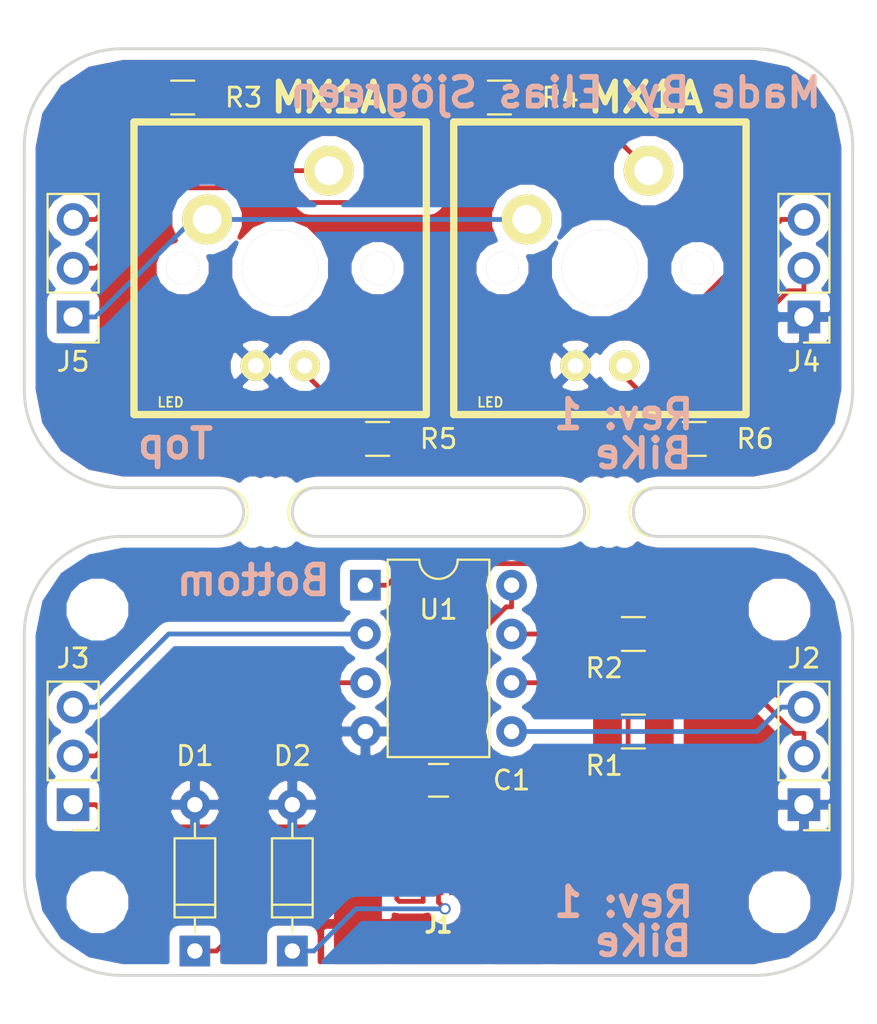
<source format=kicad_pcb>
(kicad_pcb (version 4) (host pcbnew 4.0.6)

  (general
    (links 34)
    (no_connects 2)
    (area 12.7 13.97 58.420001 69.2116)
    (thickness 1.6)
    (drawings 36)
    (tracks 92)
    (zones 0)
    (modules 25)
    (nets 19)
  )

  (page A4)
  (layers
    (0 F.Cu signal)
    (31 B.Cu signal)
    (32 B.Adhes user)
    (33 F.Adhes user)
    (34 B.Paste user)
    (35 F.Paste user)
    (36 B.SilkS user)
    (37 F.SilkS user)
    (38 B.Mask user)
    (39 F.Mask user hide)
    (40 Dwgs.User user)
    (41 Cmts.User user)
    (42 Eco1.User user)
    (43 Eco2.User user)
    (44 Edge.Cuts user)
    (45 Margin user)
    (46 B.CrtYd user)
    (47 F.CrtYd user)
    (48 B.Fab user)
    (49 F.Fab user)
  )

  (setup
    (last_trace_width 0.25)
    (trace_clearance 0.2)
    (zone_clearance 0.508)
    (zone_45_only no)
    (trace_min 0.2)
    (segment_width 0.2)
    (edge_width 2.54)
    (via_size 0.6)
    (via_drill 0.4)
    (via_min_size 0.4)
    (via_min_drill 0.3)
    (uvia_size 0.3)
    (uvia_drill 0.1)
    (uvias_allowed no)
    (uvia_min_size 0.2)
    (uvia_min_drill 0.1)
    (pcb_text_width 0.3)
    (pcb_text_size 1.5 1.5)
    (mod_edge_width 0.15)
    (mod_text_size 1 1)
    (mod_text_width 0.15)
    (pad_size 1.524 1.524)
    (pad_drill 0.762)
    (pad_to_mask_clearance 0.2)
    (aux_axis_origin 0 0)
    (visible_elements 7FFFF77F)
    (pcbplotparams
      (layerselection 0x010f0_80000001)
      (usegerberextensions true)
      (excludeedgelayer true)
      (linewidth 0.020000)
      (plotframeref false)
      (viasonmask false)
      (mode 1)
      (useauxorigin false)
      (hpglpennumber 1)
      (hpglpenspeed 20)
      (hpglpendiameter 15)
      (hpglpenoverlay 2)
      (psnegative false)
      (psa4output false)
      (plotreference true)
      (plotvalue true)
      (plotinvisibletext false)
      (padsonsilk false)
      (subtractmaskfromsilk false)
      (outputformat 1)
      (mirror false)
      (drillshape 0)
      (scaleselection 1)
      (outputdirectory gerbers/))
  )

  (net 0 "")
  (net 1 VCC)
  (net 2 GND)
  (net 3 "Net-(D1-Pad1)")
  (net 4 "Net-(D2-Pad1)")
  (net 5 "Net-(D3-Pad2)")
  (net 6 "Net-(D4-Pad2)")
  (net 7 "Net-(R1-Pad1)")
  (net 8 "Net-(R2-Pad1)")
  (net 9 /Button1)
  (net 10 /Button2)
  (net 11 /Led1)
  (net 12 /Led2)
  (net 13 /2gnd)
  (net 14 /2Led2)
  (net 15 /2Led1)
  (net 16 /2vcc)
  (net 17 /2Button2)
  (net 18 /2Button1)

  (net_class Default "This is the default net class."
    (clearance 0.2)
    (trace_width 0.25)
    (via_dia 0.6)
    (via_drill 0.4)
    (uvia_dia 0.3)
    (uvia_drill 0.1)
    (add_net /2Button1)
    (add_net /2Button2)
    (add_net /2Led1)
    (add_net /2Led2)
    (add_net /2gnd)
    (add_net /2vcc)
    (add_net /Button1)
    (add_net /Button2)
    (add_net /Led1)
    (add_net /Led2)
    (add_net GND)
    (add_net "Net-(D1-Pad1)")
    (add_net "Net-(D2-Pad1)")
    (add_net "Net-(D3-Pad2)")
    (add_net "Net-(D4-Pad2)")
    (add_net "Net-(R1-Pad1)")
    (add_net "Net-(R2-Pad1)")
    (add_net VCC)
  )

  (module Mounting_Holes:MountingHole_2.2mm_M2 (layer F.Cu) (tedit 5A246836) (tstamp 5A245278)
    (at 17.78 45.72 180)
    (descr "Mounting Hole 2.2mm, no annular, M2")
    (tags "mounting hole 2.2mm no annular m2")
    (attr virtual)
    (fp_text reference 2.2_M2_1 (at 0 1.905 180) (layer Cmts.User)
      (effects (font (size 1 1) (thickness 0.15)))
    )
    (fp_text value M2_1 (at -2.54 0 180) (layer Cmts.User)
      (effects (font (size 1 1) (thickness 0.15)))
    )
    (fp_circle (center 0 0) (end 2.2 0) (layer Cmts.User) (width 0.15))
    (fp_circle (center 0 0) (end 2.45 0) (layer F.CrtYd) (width 0.05))
    (pad 1 np_thru_hole circle (at 0 0 180) (size 2.2 2.2) (drill 2.2) (layers *.Cu *.Mask))
  )

  (module Mounting_Holes:MountingHole_2.2mm_M2 (layer F.Cu) (tedit 5A246831) (tstamp 5A245270)
    (at 53.34 45.72 180)
    (descr "Mounting Hole 2.2mm, no annular, M2")
    (tags "mounting hole 2.2mm no annular m2")
    (attr virtual)
    (fp_text reference 2.2_M2_2 (at 0 1.905 180) (layer Cmts.User)
      (effects (font (size 1 1) (thickness 0.15)))
    )
    (fp_text value M2_2 (at -2.54 0 180) (layer Cmts.User)
      (effects (font (size 1 1) (thickness 0.15)))
    )
    (fp_circle (center 0 0) (end 2.2 0) (layer Cmts.User) (width 0.15))
    (fp_circle (center 0 0) (end 2.45 0) (layer F.CrtYd) (width 0.05))
    (pad 1 np_thru_hole circle (at 0 0 180) (size 2.2 2.2) (drill 2.2) (layers *.Cu *.Mask))
  )

  (module Mounting_Holes:MountingHole_2.2mm_M2 (layer F.Cu) (tedit 5A246846) (tstamp 5A24524F)
    (at 53.34 60.96 180)
    (descr "Mounting Hole 2.2mm, no annular, M2")
    (tags "mounting hole 2.2mm no annular m2")
    (attr virtual)
    (fp_text reference 2.2_M2_3 (at 0 1.905 180) (layer Cmts.User)
      (effects (font (size 1 1) (thickness 0.15)))
    )
    (fp_text value M2_3 (at -2.54 0 180) (layer Cmts.User)
      (effects (font (size 1 1) (thickness 0.15)))
    )
    (fp_circle (center 0 0) (end 2.2 0) (layer Cmts.User) (width 0.15))
    (fp_circle (center 0 0) (end 2.45 0) (layer F.CrtYd) (width 0.05))
    (pad 1 np_thru_hole circle (at 0 0 180) (size 2.2 2.2) (drill 2.2) (layers *.Cu *.Mask))
  )

  (module Mounting_Holes:MountingHole_2.2mm_M2 (layer F.Cu) (tedit 5A24683F) (tstamp 5A2451C9)
    (at 17.78 60.96 180)
    (descr "Mounting Hole 2.2mm, no annular, M2")
    (tags "mounting hole 2.2mm no annular m2")
    (attr virtual)
    (fp_text reference 2.2_M2_4 (at 0 1.905 180) (layer Cmts.User)
      (effects (font (size 1 1) (thickness 0.15)))
    )
    (fp_text value M2_4 (at -2.54 0 180) (layer Cmts.User)
      (effects (font (size 1 1) (thickness 0.15)))
    )
    (fp_circle (center 0 0) (end 2.2 0) (layer Cmts.User) (width 0.15))
    (fp_circle (center 0 0) (end 2.45 0) (layer F.CrtYd) (width 0.05))
    (pad 1 np_thru_hole circle (at 0 0 180) (size 2.2 2.2) (drill 2.2) (layers *.Cu *.Mask))
  )

  (module Panelization:mouse-bite-2.54mm-slot (layer F.Cu) (tedit 5A246886) (tstamp 5A244B9F)
    (at 44.45 40.64)
    (fp_text reference mouse-bite-2.54mm-slot_2 (at 0 -2) (layer F.SilkS) hide
      (effects (font (size 1 1) (thickness 0.2)))
    )
    (fp_text value VAL2 (at 0 2.1) (layer F.SilkS) hide
      (effects (font (size 1 1) (thickness 0.2)))
    )
    (fp_line (start -2.33 0) (end -2.33 0) (layer Eco1.User) (width 2.54))
    (fp_line (start 2.33 0) (end 2.33 0) (layer Eco1.User) (width 2.54))
    (fp_arc (start 2.33 0) (end 2.33 1.27) (angle 180) (layer F.SilkS) (width 0.1))
    (fp_circle (center 2.33 0) (end 2.33 -0.06) (layer Dwgs.User) (width 0.05))
    (fp_circle (center -2.33 0) (end -2.27 0) (layer Dwgs.User) (width 0.05))
    (fp_arc (start -2.33 0) (end -2.33 1.27) (angle -180) (layer F.SilkS) (width 0.1))
    (pad "" np_thru_hole circle (at 0 -1.1) (size 0.5 0.5) (drill 0.5) (layers *.Cu *.Mask))
    (pad "" np_thru_hole circle (at 0 1.1) (size 0.5 0.5) (drill 0.5) (layers *.Cu *.Mask))
    (pad "" np_thru_hole circle (at 0.8 -1.1) (size 0.5 0.5) (drill 0.5) (layers *.Cu *.Mask))
    (pad "" np_thru_hole circle (at -0.8 -1.1) (size 0.5 0.5) (drill 0.5) (layers *.Cu *.Mask))
    (pad "" np_thru_hole circle (at -0.8 1.1) (size 0.5 0.5) (drill 0.5) (layers *.Cu *.Mask))
    (pad "" np_thru_hole circle (at 0.8 1.1) (size 0.5 0.5) (drill 0.5) (layers *.Cu *.Mask))
  )

  (module mx1a:MX1A-led (layer F.Cu) (tedit 525158A3) (tstamp 5A233C61)
    (at 27.305 27.94)
    (path /5A23296A)
    (fp_text reference D3 (at 5.715 6.985) (layer F.SilkS) hide
      (effects (font (size 0.5 0.5) (thickness 0.1)))
    )
    (fp_text value LED (at -5.715 6.985) (layer F.SilkS)
      (effects (font (size 0.5 0.5) (thickness 0.1)))
    )
    (fp_line (start 6.35 -7.62) (end 7.62 -7.62) (layer F.SilkS) (width 0.15))
    (fp_line (start 7.62 -7.62) (end 7.62 -6.35) (layer F.SilkS) (width 0.15))
    (fp_line (start 6.35 7.62) (end 7.62 7.62) (layer F.SilkS) (width 0.15))
    (fp_line (start 7.62 7.62) (end 7.62 6.35) (layer F.SilkS) (width 0.15))
    (fp_line (start -7.62 6.35) (end -7.62 7.62) (layer F.SilkS) (width 0.15))
    (fp_line (start -7.62 7.62) (end -6.35 7.62) (layer F.SilkS) (width 0.15))
    (fp_line (start -7.62 -6.35) (end -7.62 -7.62) (layer F.SilkS) (width 0.15))
    (fp_line (start -7.62 -7.62) (end -6.35 -7.62) (layer F.SilkS) (width 0.15))
    (pad 1 thru_hole circle (at -1.27 5.08) (size 1.6002 1.6002) (drill 0.8128) (layers *.Cu *.Mask F.SilkS)
      (net 13 /2gnd))
    (pad 2 thru_hole circle (at 1.27 5.08) (size 1.6002 1.6002) (drill 0.8128) (layers *.Cu *.Mask F.SilkS)
      (net 5 "Net-(D3-Pad2)"))
    (model cherry_mx1.wrl
      (at (xyz 0 0 0))
      (scale (xyz 1 1 1))
      (rotate (xyz 0 0 0))
    )
  )

  (module mx1a:MX1A (layer F.Cu) (tedit 5A2429BD) (tstamp 5A233CA1)
    (at 27.305 27.94)
    (path /5A232836)
    (fp_text reference S1 (at -4.826 9.2075) (layer F.SilkS) hide
      (effects (font (thickness 0.3048)))
    )
    (fp_text value MX1A (at 2.54 -8.89) (layer F.SilkS)
      (effects (font (thickness 0.3048)))
    )
    (fp_line (start -7.62 -7.62) (end 7.62 -7.62) (layer F.SilkS) (width 0.381))
    (fp_line (start 7.62 -7.62) (end 7.62 7.62) (layer F.SilkS) (width 0.381))
    (fp_line (start 7.62 7.62) (end -7.62 7.62) (layer F.SilkS) (width 0.381))
    (fp_line (start -7.62 7.62) (end -7.62 -7.62) (layer F.SilkS) (width 0.381))
    (pad 0 thru_hole circle (at 0 0) (size 3.98018 3.98018) (drill 3.98018) (layers *.Cu *.Mask F.SilkS))
    (pad 2 thru_hole circle (at 2.54 -5.08) (size 2.6 2.6) (drill 1.5011) (layers *.Cu *.Mask F.SilkS)
      (net 18 /2Button1))
    (pad 1 thru_hole circle (at -3.81 -2.54) (size 2.6 2.6) (drill 1.5011) (layers *.Cu *.Mask F.SilkS)
      (net 16 /2vcc))
    (pad "" thru_hole circle (at -5.08 0) (size 1.69926 1.69926) (drill 1.69926) (layers *.Cu *.Mask F.SilkS))
    (pad "" thru_hole circle (at 5.08 0) (size 1.69926 1.69926) (drill 1.69926) (layers *.Cu *.Mask F.SilkS))
    (model cherry_mx1.wrl
      (at (xyz 0 0 0))
      (scale (xyz 1 1 1))
      (rotate (xyz 0 0 0))
    )
  )

  (module Capacitors_SMD:C_0805_HandSoldering (layer F.Cu) (tedit 5A244106) (tstamp 5A233C4F)
    (at 35.56 54.61)
    (descr "Capacitor SMD 0805, hand soldering")
    (tags "capacitor 0805")
    (path /5A23768A)
    (attr smd)
    (fp_text reference C1 (at 3.81 0) (layer F.SilkS)
      (effects (font (size 1 1) (thickness 0.15)))
    )
    (fp_text value 100nF (at 0 1.75) (layer F.Fab)
      (effects (font (size 1 1) (thickness 0.15)))
    )
    (fp_text user %R (at 3.81 0) (layer F.Fab)
      (effects (font (size 1 1) (thickness 0.15)))
    )
    (fp_line (start -1 0.62) (end -1 -0.62) (layer F.Fab) (width 0.1))
    (fp_line (start 1 0.62) (end -1 0.62) (layer F.Fab) (width 0.1))
    (fp_line (start 1 -0.62) (end 1 0.62) (layer F.Fab) (width 0.1))
    (fp_line (start -1 -0.62) (end 1 -0.62) (layer F.Fab) (width 0.1))
    (fp_line (start 0.5 -0.85) (end -0.5 -0.85) (layer F.SilkS) (width 0.12))
    (fp_line (start -0.5 0.85) (end 0.5 0.85) (layer F.SilkS) (width 0.12))
    (fp_line (start -2.25 -0.88) (end 2.25 -0.88) (layer F.CrtYd) (width 0.05))
    (fp_line (start -2.25 -0.88) (end -2.25 0.87) (layer F.CrtYd) (width 0.05))
    (fp_line (start 2.25 0.87) (end 2.25 -0.88) (layer F.CrtYd) (width 0.05))
    (fp_line (start 2.25 0.87) (end -2.25 0.87) (layer F.CrtYd) (width 0.05))
    (pad 1 smd rect (at -1.25 0) (size 1.5 1.25) (layers F.Cu F.Paste F.Mask)
      (net 1 VCC))
    (pad 2 smd rect (at 1.25 0) (size 1.5 1.25) (layers F.Cu F.Paste F.Mask)
      (net 2 GND))
    (model Capacitors_SMD.3dshapes/C_0805.wrl
      (at (xyz 0 0 0))
      (scale (xyz 1 1 1))
      (rotate (xyz 0 0 0))
    )
  )

  (module Diodes_THT:D_DO-35_SOD27_P7.62mm_Horizontal (layer F.Cu) (tedit 5A2434DD) (tstamp 5A233C55)
    (at 22.86 63.5 90)
    (descr "D, DO-35_SOD27 series, Axial, Horizontal, pin pitch=7.62mm, , length*diameter=4*2mm^2, , http://www.diodes.com/_files/packages/DO-35.pdf")
    (tags "D DO-35_SOD27 series Axial Horizontal pin pitch 7.62mm  length 4mm diameter 2mm")
    (path /5A23BEE8)
    (fp_text reference D1 (at 10.16 0 180) (layer F.SilkS)
      (effects (font (size 1 1) (thickness 0.15)))
    )
    (fp_text value D_Schottky (at 3.81 2.06 90) (layer F.Fab)
      (effects (font (size 1 1) (thickness 0.15)))
    )
    (fp_text user %R (at 3.81 0 90) (layer F.Fab)
      (effects (font (size 1 1) (thickness 0.15)))
    )
    (fp_line (start 1.81 -1) (end 1.81 1) (layer F.Fab) (width 0.1))
    (fp_line (start 1.81 1) (end 5.81 1) (layer F.Fab) (width 0.1))
    (fp_line (start 5.81 1) (end 5.81 -1) (layer F.Fab) (width 0.1))
    (fp_line (start 5.81 -1) (end 1.81 -1) (layer F.Fab) (width 0.1))
    (fp_line (start 0 0) (end 1.81 0) (layer F.Fab) (width 0.1))
    (fp_line (start 7.62 0) (end 5.81 0) (layer F.Fab) (width 0.1))
    (fp_line (start 2.41 -1) (end 2.41 1) (layer F.Fab) (width 0.1))
    (fp_line (start 1.75 -1.06) (end 1.75 1.06) (layer F.SilkS) (width 0.12))
    (fp_line (start 1.75 1.06) (end 5.87 1.06) (layer F.SilkS) (width 0.12))
    (fp_line (start 5.87 1.06) (end 5.87 -1.06) (layer F.SilkS) (width 0.12))
    (fp_line (start 5.87 -1.06) (end 1.75 -1.06) (layer F.SilkS) (width 0.12))
    (fp_line (start 0.98 0) (end 1.75 0) (layer F.SilkS) (width 0.12))
    (fp_line (start 6.64 0) (end 5.87 0) (layer F.SilkS) (width 0.12))
    (fp_line (start 2.41 -1.06) (end 2.41 1.06) (layer F.SilkS) (width 0.12))
    (fp_line (start -1.05 -1.35) (end -1.05 1.35) (layer F.CrtYd) (width 0.05))
    (fp_line (start -1.05 1.35) (end 8.7 1.35) (layer F.CrtYd) (width 0.05))
    (fp_line (start 8.7 1.35) (end 8.7 -1.35) (layer F.CrtYd) (width 0.05))
    (fp_line (start 8.7 -1.35) (end -1.05 -1.35) (layer F.CrtYd) (width 0.05))
    (pad 1 thru_hole rect (at 0 0 90) (size 1.6 1.6) (drill 0.8) (layers *.Cu *.Mask)
      (net 3 "Net-(D1-Pad1)"))
    (pad 2 thru_hole oval (at 7.62 0 90) (size 1.6 1.6) (drill 0.8) (layers *.Cu *.Mask)
      (net 2 GND))
    (model ${KISYS3DMOD}/Diodes_THT.3dshapes/D_DO-35_SOD27_P7.62mm_Horizontal.wrl
      (at (xyz 0 0 0))
      (scale (xyz 0.393701 0.393701 0.393701))
      (rotate (xyz 0 0 0))
    )
  )

  (module Diodes_THT:D_DO-35_SOD27_P7.62mm_Horizontal (layer F.Cu) (tedit 5A2434DB) (tstamp 5A233C5B)
    (at 27.94 63.5 90)
    (descr "D, DO-35_SOD27 series, Axial, Horizontal, pin pitch=7.62mm, , length*diameter=4*2mm^2, , http://www.diodes.com/_files/packages/DO-35.pdf")
    (tags "D DO-35_SOD27 series Axial Horizontal pin pitch 7.62mm  length 4mm diameter 2mm")
    (path /5A23BE7F)
    (fp_text reference D2 (at 10.16 0 180) (layer F.SilkS)
      (effects (font (size 1 1) (thickness 0.15)))
    )
    (fp_text value D_Schottky (at 3.81 2.06 90) (layer F.Fab)
      (effects (font (size 1 1) (thickness 0.15)))
    )
    (fp_text user %R (at 3.81 0 90) (layer F.Fab)
      (effects (font (size 1 1) (thickness 0.15)))
    )
    (fp_line (start 1.81 -1) (end 1.81 1) (layer F.Fab) (width 0.1))
    (fp_line (start 1.81 1) (end 5.81 1) (layer F.Fab) (width 0.1))
    (fp_line (start 5.81 1) (end 5.81 -1) (layer F.Fab) (width 0.1))
    (fp_line (start 5.81 -1) (end 1.81 -1) (layer F.Fab) (width 0.1))
    (fp_line (start 0 0) (end 1.81 0) (layer F.Fab) (width 0.1))
    (fp_line (start 7.62 0) (end 5.81 0) (layer F.Fab) (width 0.1))
    (fp_line (start 2.41 -1) (end 2.41 1) (layer F.Fab) (width 0.1))
    (fp_line (start 1.75 -1.06) (end 1.75 1.06) (layer F.SilkS) (width 0.12))
    (fp_line (start 1.75 1.06) (end 5.87 1.06) (layer F.SilkS) (width 0.12))
    (fp_line (start 5.87 1.06) (end 5.87 -1.06) (layer F.SilkS) (width 0.12))
    (fp_line (start 5.87 -1.06) (end 1.75 -1.06) (layer F.SilkS) (width 0.12))
    (fp_line (start 0.98 0) (end 1.75 0) (layer F.SilkS) (width 0.12))
    (fp_line (start 6.64 0) (end 5.87 0) (layer F.SilkS) (width 0.12))
    (fp_line (start 2.41 -1.06) (end 2.41 1.06) (layer F.SilkS) (width 0.12))
    (fp_line (start -1.05 -1.35) (end -1.05 1.35) (layer F.CrtYd) (width 0.05))
    (fp_line (start -1.05 1.35) (end 8.7 1.35) (layer F.CrtYd) (width 0.05))
    (fp_line (start 8.7 1.35) (end 8.7 -1.35) (layer F.CrtYd) (width 0.05))
    (fp_line (start 8.7 -1.35) (end -1.05 -1.35) (layer F.CrtYd) (width 0.05))
    (pad 1 thru_hole rect (at 0 0 90) (size 1.6 1.6) (drill 0.8) (layers *.Cu *.Mask)
      (net 4 "Net-(D2-Pad1)"))
    (pad 2 thru_hole oval (at 7.62 0 90) (size 1.6 1.6) (drill 0.8) (layers *.Cu *.Mask)
      (net 2 GND))
    (model ${KISYS3DMOD}/Diodes_THT.3dshapes/D_DO-35_SOD27_P7.62mm_Horizontal.wrl
      (at (xyz 0 0 0))
      (scale (xyz 0.393701 0.393701 0.393701))
      (rotate (xyz 0 0 0))
    )
  )

  (module mx1a:MX1A-led (layer F.Cu) (tedit 525158A3) (tstamp 5A233C67)
    (at 43.9738 27.94)
    (path /5A2329B7)
    (fp_text reference D4 (at 5.715 6.985) (layer F.SilkS) hide
      (effects (font (size 0.5 0.5) (thickness 0.1)))
    )
    (fp_text value LED (at -5.715 6.985) (layer F.SilkS)
      (effects (font (size 0.5 0.5) (thickness 0.1)))
    )
    (fp_line (start 6.35 -7.62) (end 7.62 -7.62) (layer F.SilkS) (width 0.15))
    (fp_line (start 7.62 -7.62) (end 7.62 -6.35) (layer F.SilkS) (width 0.15))
    (fp_line (start 6.35 7.62) (end 7.62 7.62) (layer F.SilkS) (width 0.15))
    (fp_line (start 7.62 7.62) (end 7.62 6.35) (layer F.SilkS) (width 0.15))
    (fp_line (start -7.62 6.35) (end -7.62 7.62) (layer F.SilkS) (width 0.15))
    (fp_line (start -7.62 7.62) (end -6.35 7.62) (layer F.SilkS) (width 0.15))
    (fp_line (start -7.62 -6.35) (end -7.62 -7.62) (layer F.SilkS) (width 0.15))
    (fp_line (start -7.62 -7.62) (end -6.35 -7.62) (layer F.SilkS) (width 0.15))
    (pad 1 thru_hole circle (at -1.27 5.08) (size 1.6002 1.6002) (drill 0.8128) (layers *.Cu *.Mask F.SilkS)
      (net 13 /2gnd))
    (pad 2 thru_hole circle (at 1.27 5.08) (size 1.6002 1.6002) (drill 0.8128) (layers *.Cu *.Mask F.SilkS)
      (net 6 "Net-(D4-Pad2)"))
    (model cherry_mx1.wrl
      (at (xyz 0 0 0))
      (scale (xyz 1 1 1))
      (rotate (xyz 0 0 0))
    )
  )

  (module Resistors_SMD:R_0805_HandSoldering (layer F.Cu) (tedit 5A6238B0) (tstamp 5A233C7A)
    (at 45.72 52.07)
    (descr "Resistor SMD 0805, hand soldering")
    (tags "resistor 0805")
    (path /5A2322FF)
    (attr smd)
    (fp_text reference R1 (at -1.524 1.778) (layer F.SilkS)
      (effects (font (size 1 1) (thickness 0.15)))
    )
    (fp_text value 68 (at 0.508 1.778) (layer F.Fab)
      (effects (font (size 1 1) (thickness 0.15)))
    )
    (fp_text user %R (at 0 0) (layer F.Fab)
      (effects (font (size 0.5 0.5) (thickness 0.075)))
    )
    (fp_line (start -1 0.62) (end -1 -0.62) (layer F.Fab) (width 0.1))
    (fp_line (start 1 0.62) (end -1 0.62) (layer F.Fab) (width 0.1))
    (fp_line (start 1 -0.62) (end 1 0.62) (layer F.Fab) (width 0.1))
    (fp_line (start -1 -0.62) (end 1 -0.62) (layer F.Fab) (width 0.1))
    (fp_line (start 0.6 0.88) (end -0.6 0.88) (layer F.SilkS) (width 0.12))
    (fp_line (start -0.6 -0.88) (end 0.6 -0.88) (layer F.SilkS) (width 0.12))
    (fp_line (start -2.35 -0.9) (end 2.35 -0.9) (layer F.CrtYd) (width 0.05))
    (fp_line (start -2.35 -0.9) (end -2.35 0.9) (layer F.CrtYd) (width 0.05))
    (fp_line (start 2.35 0.9) (end 2.35 -0.9) (layer F.CrtYd) (width 0.05))
    (fp_line (start 2.35 0.9) (end -2.35 0.9) (layer F.CrtYd) (width 0.05))
    (pad 1 smd rect (at -1.35 0) (size 1.5 1.3) (layers F.Cu F.Paste F.Mask)
      (net 7 "Net-(R1-Pad1)"))
    (pad 2 smd rect (at 1.35 0) (size 1.5 1.3) (layers F.Cu F.Paste F.Mask)
      (net 4 "Net-(D2-Pad1)"))
    (model ${KISYS3DMOD}/Resistors_SMD.3dshapes/R_0805.wrl
      (at (xyz 0 0 0))
      (scale (xyz 1 1 1))
      (rotate (xyz 0 0 0))
    )
  )

  (module Resistors_SMD:R_0805_HandSoldering (layer F.Cu) (tedit 5A6238AC) (tstamp 5A233C80)
    (at 45.72 46.99)
    (descr "Resistor SMD 0805, hand soldering")
    (tags "resistor 0805")
    (path /5A232394)
    (attr smd)
    (fp_text reference R2 (at -1.524 1.778) (layer F.SilkS)
      (effects (font (size 1 1) (thickness 0.15)))
    )
    (fp_text value 68 (at 0.508 1.778) (layer F.Fab)
      (effects (font (size 1 1) (thickness 0.15)))
    )
    (fp_text user %R (at 0 0) (layer F.Fab)
      (effects (font (size 0.5 0.5) (thickness 0.075)))
    )
    (fp_line (start -1 0.62) (end -1 -0.62) (layer F.Fab) (width 0.1))
    (fp_line (start 1 0.62) (end -1 0.62) (layer F.Fab) (width 0.1))
    (fp_line (start 1 -0.62) (end 1 0.62) (layer F.Fab) (width 0.1))
    (fp_line (start -1 -0.62) (end 1 -0.62) (layer F.Fab) (width 0.1))
    (fp_line (start 0.6 0.88) (end -0.6 0.88) (layer F.SilkS) (width 0.12))
    (fp_line (start -0.6 -0.88) (end 0.6 -0.88) (layer F.SilkS) (width 0.12))
    (fp_line (start -2.35 -0.9) (end 2.35 -0.9) (layer F.CrtYd) (width 0.05))
    (fp_line (start -2.35 -0.9) (end -2.35 0.9) (layer F.CrtYd) (width 0.05))
    (fp_line (start 2.35 0.9) (end 2.35 -0.9) (layer F.CrtYd) (width 0.05))
    (fp_line (start 2.35 0.9) (end -2.35 0.9) (layer F.CrtYd) (width 0.05))
    (pad 1 smd rect (at -1.35 0) (size 1.5 1.3) (layers F.Cu F.Paste F.Mask)
      (net 8 "Net-(R2-Pad1)"))
    (pad 2 smd rect (at 1.35 0) (size 1.5 1.3) (layers F.Cu F.Paste F.Mask)
      (net 3 "Net-(D1-Pad1)"))
    (model ${KISYS3DMOD}/Resistors_SMD.3dshapes/R_0805.wrl
      (at (xyz 0 0 0))
      (scale (xyz 1 1 1))
      (rotate (xyz 0 0 0))
    )
  )

  (module mx1a:MX1A (layer F.Cu) (tedit 5A2429C0) (tstamp 5A233CAA)
    (at 43.9738 27.94)
    (path /5A232879)
    (fp_text reference S2 (at -4.826 9.2075) (layer F.SilkS) hide
      (effects (font (thickness 0.3048)))
    )
    (fp_text value MX1A (at 2.38125 -8.89) (layer F.SilkS)
      (effects (font (thickness 0.3048)))
    )
    (fp_line (start -7.62 -7.62) (end 7.62 -7.62) (layer F.SilkS) (width 0.381))
    (fp_line (start 7.62 -7.62) (end 7.62 7.62) (layer F.SilkS) (width 0.381))
    (fp_line (start 7.62 7.62) (end -7.62 7.62) (layer F.SilkS) (width 0.381))
    (fp_line (start -7.62 7.62) (end -7.62 -7.62) (layer F.SilkS) (width 0.381))
    (pad 0 thru_hole circle (at 0 0) (size 3.98018 3.98018) (drill 3.98018) (layers *.Cu *.Mask F.SilkS))
    (pad 2 thru_hole circle (at 2.54 -5.08) (size 2.6 2.6) (drill 1.5011) (layers *.Cu *.Mask F.SilkS)
      (net 17 /2Button2))
    (pad 1 thru_hole circle (at -3.81 -2.54) (size 2.6 2.6) (drill 1.5011) (layers *.Cu *.Mask F.SilkS)
      (net 16 /2vcc))
    (pad "" thru_hole circle (at -5.08 0) (size 1.69926 1.69926) (drill 1.69926) (layers *.Cu *.Mask F.SilkS))
    (pad "" thru_hole circle (at 5.08 0) (size 1.69926 1.69926) (drill 1.69926) (layers *.Cu *.Mask F.SilkS))
    (model cherry_mx1.wrl
      (at (xyz 0 0 0))
      (scale (xyz 1 1 1))
      (rotate (xyz 0 0 0))
    )
  )

  (module Housings_DIP:DIP-8_W7.62mm (layer F.Cu) (tedit 5A6238BB) (tstamp 5A233CB6)
    (at 31.75 44.45)
    (descr "8-lead though-hole mounted DIP package, row spacing 7.62 mm (300 mils)")
    (tags "THT DIP DIL PDIP 2.54mm 7.62mm 300mil")
    (path /5A2321DF)
    (fp_text reference U1 (at 3.81 1.27) (layer F.SilkS)
      (effects (font (size 1 1) (thickness 0.15)))
    )
    (fp_text value ATTINYXX-20PU (at 10.16 3.81 90) (layer F.Fab)
      (effects (font (size 1 1) (thickness 0.15)))
    )
    (fp_arc (start 3.81 -1.33) (end 2.81 -1.33) (angle -180) (layer F.SilkS) (width 0.12))
    (fp_line (start 1.635 -1.27) (end 6.985 -1.27) (layer F.Fab) (width 0.1))
    (fp_line (start 6.985 -1.27) (end 6.985 8.89) (layer F.Fab) (width 0.1))
    (fp_line (start 6.985 8.89) (end 0.635 8.89) (layer F.Fab) (width 0.1))
    (fp_line (start 0.635 8.89) (end 0.635 -0.27) (layer F.Fab) (width 0.1))
    (fp_line (start 0.635 -0.27) (end 1.635 -1.27) (layer F.Fab) (width 0.1))
    (fp_line (start 2.81 -1.33) (end 1.16 -1.33) (layer F.SilkS) (width 0.12))
    (fp_line (start 1.16 -1.33) (end 1.16 8.95) (layer F.SilkS) (width 0.12))
    (fp_line (start 1.16 8.95) (end 6.46 8.95) (layer F.SilkS) (width 0.12))
    (fp_line (start 6.46 8.95) (end 6.46 -1.33) (layer F.SilkS) (width 0.12))
    (fp_line (start 6.46 -1.33) (end 4.81 -1.33) (layer F.SilkS) (width 0.12))
    (fp_line (start -1.1 -1.55) (end -1.1 9.15) (layer F.CrtYd) (width 0.05))
    (fp_line (start -1.1 9.15) (end 8.7 9.15) (layer F.CrtYd) (width 0.05))
    (fp_line (start 8.7 9.15) (end 8.7 -1.55) (layer F.CrtYd) (width 0.05))
    (fp_line (start 8.7 -1.55) (end -1.1 -1.55) (layer F.CrtYd) (width 0.05))
    (fp_text user %R (at 3.81 1.27) (layer F.Fab)
      (effects (font (size 1 1) (thickness 0.15)))
    )
    (pad 1 thru_hole rect (at 0 0) (size 1.6 1.6) (drill 0.8) (layers *.Cu *.Mask)
      (net 12 /Led2))
    (pad 5 thru_hole oval (at 7.62 7.62) (size 1.6 1.6) (drill 0.8) (layers *.Cu *.Mask)
      (net 11 /Led1))
    (pad 2 thru_hole oval (at 0 2.54) (size 1.6 1.6) (drill 0.8) (layers *.Cu *.Mask)
      (net 9 /Button1))
    (pad 6 thru_hole oval (at 7.62 5.08) (size 1.6 1.6) (drill 0.8) (layers *.Cu *.Mask)
      (net 7 "Net-(R1-Pad1)"))
    (pad 3 thru_hole oval (at 0 5.08) (size 1.6 1.6) (drill 0.8) (layers *.Cu *.Mask)
      (net 10 /Button2))
    (pad 7 thru_hole oval (at 7.62 2.54) (size 1.6 1.6) (drill 0.8) (layers *.Cu *.Mask)
      (net 8 "Net-(R2-Pad1)"))
    (pad 4 thru_hole oval (at 0 7.62) (size 1.6 1.6) (drill 0.8) (layers *.Cu *.Mask)
      (net 2 GND))
    (pad 8 thru_hole oval (at 7.62 0) (size 1.6 1.6) (drill 0.8) (layers *.Cu *.Mask)
      (net 1 VCC))
    (model ${KISYS3DMOD}/Housings_DIP.3dshapes/DIP-8_W7.62mm.wrl
      (at (xyz 0 0 0))
      (scale (xyz 1 1 1))
      (rotate (xyz 0 0 0))
    )
  )

  (module Pin_Headers:Pin_Header_Straight_1x03_Pitch2.54mm (layer F.Cu) (tedit 5A2451E3) (tstamp 5A233E8C)
    (at 54.61 55.88 180)
    (descr "Through hole straight pin header, 1x03, 2.54mm pitch, single row")
    (tags "Through hole pin header THT 1x03 2.54mm single row")
    (path /5A247977)
    (fp_text reference J2 (at 0 7.62 180) (layer F.SilkS)
      (effects (font (size 1 1) (thickness 0.15)))
    )
    (fp_text value CONN_01X03 (at 2.54 2.54 270) (layer F.Fab)
      (effects (font (size 1 1) (thickness 0.15)))
    )
    (fp_line (start -0.635 -1.27) (end 1.27 -1.27) (layer F.Fab) (width 0.1))
    (fp_line (start 1.27 -1.27) (end 1.27 6.35) (layer F.Fab) (width 0.1))
    (fp_line (start 1.27 6.35) (end -1.27 6.35) (layer F.Fab) (width 0.1))
    (fp_line (start -1.27 6.35) (end -1.27 -0.635) (layer F.Fab) (width 0.1))
    (fp_line (start -1.27 -0.635) (end -0.635 -1.27) (layer F.Fab) (width 0.1))
    (fp_line (start -1.33 6.41) (end 1.33 6.41) (layer F.SilkS) (width 0.12))
    (fp_line (start -1.33 1.27) (end -1.33 6.41) (layer F.SilkS) (width 0.12))
    (fp_line (start 1.33 1.27) (end 1.33 6.41) (layer F.SilkS) (width 0.12))
    (fp_line (start -1.33 1.27) (end 1.33 1.27) (layer F.SilkS) (width 0.12))
    (fp_line (start -1.33 0) (end -1.33 -1.33) (layer F.SilkS) (width 0.12))
    (fp_line (start -1.33 -1.33) (end 0 -1.33) (layer F.SilkS) (width 0.12))
    (fp_line (start -1.8 -1.8) (end -1.8 6.85) (layer F.CrtYd) (width 0.05))
    (fp_line (start -1.8 6.85) (end 1.8 6.85) (layer F.CrtYd) (width 0.05))
    (fp_line (start 1.8 6.85) (end 1.8 -1.8) (layer F.CrtYd) (width 0.05))
    (fp_line (start 1.8 -1.8) (end -1.8 -1.8) (layer F.CrtYd) (width 0.05))
    (fp_text user %R (at 0 2.54 270) (layer F.Fab)
      (effects (font (size 1 1) (thickness 0.15)))
    )
    (pad 1 thru_hole rect (at 0 0 180) (size 1.7 1.7) (drill 1) (layers *.Cu *.Mask)
      (net 2 GND))
    (pad 2 thru_hole oval (at 0 2.54 180) (size 1.7 1.7) (drill 1) (layers *.Cu *.Mask)
      (net 12 /Led2))
    (pad 3 thru_hole oval (at 0 5.08 180) (size 1.7 1.7) (drill 1) (layers *.Cu *.Mask)
      (net 11 /Led1))
    (model ${KISYS3DMOD}/Pin_Headers.3dshapes/Pin_Header_Straight_1x03_Pitch2.54mm.wrl
      (at (xyz 0 0 0))
      (scale (xyz 1 1 1))
      (rotate (xyz 0 0 0))
    )
  )

  (module Pin_Headers:Pin_Header_Straight_1x03_Pitch2.54mm (layer F.Cu) (tedit 5A2451B4) (tstamp 5A233E93)
    (at 16.51 55.88 180)
    (descr "Through hole straight pin header, 1x03, 2.54mm pitch, single row")
    (tags "Through hole pin header THT 1x03 2.54mm single row")
    (path /5A24797D)
    (fp_text reference J3 (at 0 7.62 180) (layer F.SilkS)
      (effects (font (size 1 1) (thickness 0.15)))
    )
    (fp_text value CONN_01X03 (at -2.54 2.54 270) (layer F.Fab)
      (effects (font (size 1 1) (thickness 0.15)))
    )
    (fp_line (start -0.635 -1.27) (end 1.27 -1.27) (layer F.Fab) (width 0.1))
    (fp_line (start 1.27 -1.27) (end 1.27 6.35) (layer F.Fab) (width 0.1))
    (fp_line (start 1.27 6.35) (end -1.27 6.35) (layer F.Fab) (width 0.1))
    (fp_line (start -1.27 6.35) (end -1.27 -0.635) (layer F.Fab) (width 0.1))
    (fp_line (start -1.27 -0.635) (end -0.635 -1.27) (layer F.Fab) (width 0.1))
    (fp_line (start -1.33 6.41) (end 1.33 6.41) (layer F.SilkS) (width 0.12))
    (fp_line (start -1.33 1.27) (end -1.33 6.41) (layer F.SilkS) (width 0.12))
    (fp_line (start 1.33 1.27) (end 1.33 6.41) (layer F.SilkS) (width 0.12))
    (fp_line (start -1.33 1.27) (end 1.33 1.27) (layer F.SilkS) (width 0.12))
    (fp_line (start -1.33 0) (end -1.33 -1.33) (layer F.SilkS) (width 0.12))
    (fp_line (start -1.33 -1.33) (end 0 -1.33) (layer F.SilkS) (width 0.12))
    (fp_line (start -1.8 -1.8) (end -1.8 6.85) (layer F.CrtYd) (width 0.05))
    (fp_line (start -1.8 6.85) (end 1.8 6.85) (layer F.CrtYd) (width 0.05))
    (fp_line (start 1.8 6.85) (end 1.8 -1.8) (layer F.CrtYd) (width 0.05))
    (fp_line (start 1.8 -1.8) (end -1.8 -1.8) (layer F.CrtYd) (width 0.05))
    (fp_text user %R (at 0 2.54 270) (layer F.Fab)
      (effects (font (size 1 1) (thickness 0.15)))
    )
    (pad 1 thru_hole rect (at 0 0 180) (size 1.7 1.7) (drill 1) (layers *.Cu *.Mask)
      (net 1 VCC))
    (pad 2 thru_hole oval (at 0 2.54 180) (size 1.7 1.7) (drill 1) (layers *.Cu *.Mask)
      (net 10 /Button2))
    (pad 3 thru_hole oval (at 0 5.08 180) (size 1.7 1.7) (drill 1) (layers *.Cu *.Mask)
      (net 9 /Button1))
    (model ${KISYS3DMOD}/Pin_Headers.3dshapes/Pin_Header_Straight_1x03_Pitch2.54mm.wrl
      (at (xyz 0 0 0))
      (scale (xyz 1 1 1))
      (rotate (xyz 0 0 0))
    )
  )

  (module Pin_Headers:Pin_Header_Straight_1x03_Pitch2.54mm (layer F.Cu) (tedit 5A242233) (tstamp 5A233E9A)
    (at 54.61 30.48 180)
    (descr "Through hole straight pin header, 1x03, 2.54mm pitch, single row")
    (tags "Through hole pin header THT 1x03 2.54mm single row")
    (path /5A244D5D)
    (fp_text reference J4 (at 0 -2.33 180) (layer F.SilkS)
      (effects (font (size 1 1) (thickness 0.15)))
    )
    (fp_text value CONN_01X03 (at 2.54 2.54 270) (layer F.Fab)
      (effects (font (size 1 1) (thickness 0.15)))
    )
    (fp_line (start -0.635 -1.27) (end 1.27 -1.27) (layer F.Fab) (width 0.1))
    (fp_line (start 1.27 -1.27) (end 1.27 6.35) (layer F.Fab) (width 0.1))
    (fp_line (start 1.27 6.35) (end -1.27 6.35) (layer F.Fab) (width 0.1))
    (fp_line (start -1.27 6.35) (end -1.27 -0.635) (layer F.Fab) (width 0.1))
    (fp_line (start -1.27 -0.635) (end -0.635 -1.27) (layer F.Fab) (width 0.1))
    (fp_line (start -1.33 6.41) (end 1.33 6.41) (layer F.SilkS) (width 0.12))
    (fp_line (start -1.33 1.27) (end -1.33 6.41) (layer F.SilkS) (width 0.12))
    (fp_line (start 1.33 1.27) (end 1.33 6.41) (layer F.SilkS) (width 0.12))
    (fp_line (start -1.33 1.27) (end 1.33 1.27) (layer F.SilkS) (width 0.12))
    (fp_line (start -1.33 0) (end -1.33 -1.33) (layer F.SilkS) (width 0.12))
    (fp_line (start -1.33 -1.33) (end 0 -1.33) (layer F.SilkS) (width 0.12))
    (fp_line (start -1.8 -1.8) (end -1.8 6.85) (layer F.CrtYd) (width 0.05))
    (fp_line (start -1.8 6.85) (end 1.8 6.85) (layer F.CrtYd) (width 0.05))
    (fp_line (start 1.8 6.85) (end 1.8 -1.8) (layer F.CrtYd) (width 0.05))
    (fp_line (start 1.8 -1.8) (end -1.8 -1.8) (layer F.CrtYd) (width 0.05))
    (fp_text user %R (at 0 2.54 270) (layer F.Fab)
      (effects (font (size 1 1) (thickness 0.15)))
    )
    (pad 1 thru_hole rect (at 0 0 180) (size 1.7 1.7) (drill 1) (layers *.Cu *.Mask)
      (net 13 /2gnd))
    (pad 2 thru_hole oval (at 0 2.54 180) (size 1.7 1.7) (drill 1) (layers *.Cu *.Mask)
      (net 14 /2Led2))
    (pad 3 thru_hole oval (at 0 5.08 180) (size 1.7 1.7) (drill 1) (layers *.Cu *.Mask)
      (net 15 /2Led1))
    (model ${KISYS3DMOD}/Pin_Headers.3dshapes/Pin_Header_Straight_1x03_Pitch2.54mm.wrl
      (at (xyz 0 0 0))
      (scale (xyz 1 1 1))
      (rotate (xyz 0 0 0))
    )
  )

  (module Pin_Headers:Pin_Header_Straight_1x03_Pitch2.54mm (layer F.Cu) (tedit 5A242238) (tstamp 5A233EA1)
    (at 16.51 30.48 180)
    (descr "Through hole straight pin header, 1x03, 2.54mm pitch, single row")
    (tags "Through hole pin header THT 1x03 2.54mm single row")
    (path /5A244DC1)
    (fp_text reference J5 (at 0 -2.33 180) (layer F.SilkS)
      (effects (font (size 1 1) (thickness 0.15)))
    )
    (fp_text value CONN_01X03 (at -2.54 2.54 450) (layer F.Fab)
      (effects (font (size 1 1) (thickness 0.15)))
    )
    (fp_line (start -0.635 -1.27) (end 1.27 -1.27) (layer F.Fab) (width 0.1))
    (fp_line (start 1.27 -1.27) (end 1.27 6.35) (layer F.Fab) (width 0.1))
    (fp_line (start 1.27 6.35) (end -1.27 6.35) (layer F.Fab) (width 0.1))
    (fp_line (start -1.27 6.35) (end -1.27 -0.635) (layer F.Fab) (width 0.1))
    (fp_line (start -1.27 -0.635) (end -0.635 -1.27) (layer F.Fab) (width 0.1))
    (fp_line (start -1.33 6.41) (end 1.33 6.41) (layer F.SilkS) (width 0.12))
    (fp_line (start -1.33 1.27) (end -1.33 6.41) (layer F.SilkS) (width 0.12))
    (fp_line (start 1.33 1.27) (end 1.33 6.41) (layer F.SilkS) (width 0.12))
    (fp_line (start -1.33 1.27) (end 1.33 1.27) (layer F.SilkS) (width 0.12))
    (fp_line (start -1.33 0) (end -1.33 -1.33) (layer F.SilkS) (width 0.12))
    (fp_line (start -1.33 -1.33) (end 0 -1.33) (layer F.SilkS) (width 0.12))
    (fp_line (start -1.8 -1.8) (end -1.8 6.85) (layer F.CrtYd) (width 0.05))
    (fp_line (start -1.8 6.85) (end 1.8 6.85) (layer F.CrtYd) (width 0.05))
    (fp_line (start 1.8 6.85) (end 1.8 -1.8) (layer F.CrtYd) (width 0.05))
    (fp_line (start 1.8 -1.8) (end -1.8 -1.8) (layer F.CrtYd) (width 0.05))
    (fp_text user %R (at 0 2.54 270) (layer F.Fab)
      (effects (font (size 1 1) (thickness 0.15)))
    )
    (pad 1 thru_hole rect (at 0 0 180) (size 1.7 1.7) (drill 1) (layers *.Cu *.Mask)
      (net 16 /2vcc))
    (pad 2 thru_hole oval (at 0 2.54 180) (size 1.7 1.7) (drill 1) (layers *.Cu *.Mask)
      (net 17 /2Button2))
    (pad 3 thru_hole oval (at 0 5.08 180) (size 1.7 1.7) (drill 1) (layers *.Cu *.Mask)
      (net 18 /2Button1))
    (model ${KISYS3DMOD}/Pin_Headers.3dshapes/Pin_Header_Straight_1x03_Pitch2.54mm.wrl
      (at (xyz 0 0 0))
      (scale (xyz 1 1 1))
      (rotate (xyz 0 0 0))
    )
  )

  (module Resistors_SMD:R_0805_HandSoldering (layer F.Cu) (tedit 5A2429A9) (tstamp 5A242B30)
    (at 22.225 19.05)
    (descr "Resistor SMD 0805, hand soldering")
    (tags "resistor 0805")
    (path /5A24181E)
    (attr smd)
    (fp_text reference R3 (at 3.175 0) (layer F.SilkS)
      (effects (font (size 1 1) (thickness 0.15)))
    )
    (fp_text value 10k (at -3.81 0) (layer F.Fab)
      (effects (font (size 1 1) (thickness 0.15)))
    )
    (fp_text user %R (at 0 0) (layer F.Fab)
      (effects (font (size 0.5 0.5) (thickness 0.075)))
    )
    (fp_line (start -1 0.62) (end -1 -0.62) (layer F.Fab) (width 0.1))
    (fp_line (start 1 0.62) (end -1 0.62) (layer F.Fab) (width 0.1))
    (fp_line (start 1 -0.62) (end 1 0.62) (layer F.Fab) (width 0.1))
    (fp_line (start -1 -0.62) (end 1 -0.62) (layer F.Fab) (width 0.1))
    (fp_line (start 0.6 0.88) (end -0.6 0.88) (layer F.SilkS) (width 0.12))
    (fp_line (start -0.6 -0.88) (end 0.6 -0.88) (layer F.SilkS) (width 0.12))
    (fp_line (start -2.35 -0.9) (end 2.35 -0.9) (layer F.CrtYd) (width 0.05))
    (fp_line (start -2.35 -0.9) (end -2.35 0.9) (layer F.CrtYd) (width 0.05))
    (fp_line (start 2.35 0.9) (end 2.35 -0.9) (layer F.CrtYd) (width 0.05))
    (fp_line (start 2.35 0.9) (end -2.35 0.9) (layer F.CrtYd) (width 0.05))
    (pad 1 smd rect (at -1.35 0) (size 1.5 1.3) (layers F.Cu F.Paste F.Mask)
      (net 13 /2gnd))
    (pad 2 smd rect (at 1.35 0) (size 1.5 1.3) (layers F.Cu F.Paste F.Mask)
      (net 18 /2Button1))
    (model ${KISYS3DMOD}/Resistors_SMD.3dshapes/R_0805.wrl
      (at (xyz 0 0 0))
      (scale (xyz 1 1 1))
      (rotate (xyz 0 0 0))
    )
  )

  (module Resistors_SMD:R_0805_HandSoldering (layer F.Cu) (tedit 5A2429BB) (tstamp 5A242B40)
    (at 38.735 19.05)
    (descr "Resistor SMD 0805, hand soldering")
    (tags "resistor 0805")
    (path /5A24190F)
    (attr smd)
    (fp_text reference R4 (at 3.175 0) (layer F.SilkS)
      (effects (font (size 1 1) (thickness 0.15)))
    )
    (fp_text value 10k (at -3.81 0) (layer F.Fab)
      (effects (font (size 1 1) (thickness 0.15)))
    )
    (fp_text user %R (at 0 0) (layer F.Fab)
      (effects (font (size 0.5 0.5) (thickness 0.075)))
    )
    (fp_line (start -1 0.62) (end -1 -0.62) (layer F.Fab) (width 0.1))
    (fp_line (start 1 0.62) (end -1 0.62) (layer F.Fab) (width 0.1))
    (fp_line (start 1 -0.62) (end 1 0.62) (layer F.Fab) (width 0.1))
    (fp_line (start -1 -0.62) (end 1 -0.62) (layer F.Fab) (width 0.1))
    (fp_line (start 0.6 0.88) (end -0.6 0.88) (layer F.SilkS) (width 0.12))
    (fp_line (start -0.6 -0.88) (end 0.6 -0.88) (layer F.SilkS) (width 0.12))
    (fp_line (start -2.35 -0.9) (end 2.35 -0.9) (layer F.CrtYd) (width 0.05))
    (fp_line (start -2.35 -0.9) (end -2.35 0.9) (layer F.CrtYd) (width 0.05))
    (fp_line (start 2.35 0.9) (end 2.35 -0.9) (layer F.CrtYd) (width 0.05))
    (fp_line (start 2.35 0.9) (end -2.35 0.9) (layer F.CrtYd) (width 0.05))
    (pad 1 smd rect (at -1.35 0) (size 1.5 1.3) (layers F.Cu F.Paste F.Mask)
      (net 13 /2gnd))
    (pad 2 smd rect (at 1.35 0) (size 1.5 1.3) (layers F.Cu F.Paste F.Mask)
      (net 17 /2Button2))
    (model ${KISYS3DMOD}/Resistors_SMD.3dshapes/R_0805.wrl
      (at (xyz 0 0 0))
      (scale (xyz 1 1 1))
      (rotate (xyz 0 0 0))
    )
  )

  (module Resistors_SMD:R_0805_HandSoldering (layer F.Cu) (tedit 5A242987) (tstamp 5A242B50)
    (at 32.385 36.83)
    (descr "Resistor SMD 0805, hand soldering")
    (tags "resistor 0805")
    (path /5A242C27)
    (attr smd)
    (fp_text reference R5 (at 3.175 0) (layer F.SilkS)
      (effects (font (size 1 1) (thickness 0.15)))
    )
    (fp_text value 220 (at -3.81 0) (layer F.Fab)
      (effects (font (size 1 1) (thickness 0.15)))
    )
    (fp_text user %R (at 0 0) (layer F.Fab)
      (effects (font (size 0.5 0.5) (thickness 0.075)))
    )
    (fp_line (start -1 0.62) (end -1 -0.62) (layer F.Fab) (width 0.1))
    (fp_line (start 1 0.62) (end -1 0.62) (layer F.Fab) (width 0.1))
    (fp_line (start 1 -0.62) (end 1 0.62) (layer F.Fab) (width 0.1))
    (fp_line (start -1 -0.62) (end 1 -0.62) (layer F.Fab) (width 0.1))
    (fp_line (start 0.6 0.88) (end -0.6 0.88) (layer F.SilkS) (width 0.12))
    (fp_line (start -0.6 -0.88) (end 0.6 -0.88) (layer F.SilkS) (width 0.12))
    (fp_line (start -2.35 -0.9) (end 2.35 -0.9) (layer F.CrtYd) (width 0.05))
    (fp_line (start -2.35 -0.9) (end -2.35 0.9) (layer F.CrtYd) (width 0.05))
    (fp_line (start 2.35 0.9) (end 2.35 -0.9) (layer F.CrtYd) (width 0.05))
    (fp_line (start 2.35 0.9) (end -2.35 0.9) (layer F.CrtYd) (width 0.05))
    (pad 1 smd rect (at -1.35 0) (size 1.5 1.3) (layers F.Cu F.Paste F.Mask)
      (net 5 "Net-(D3-Pad2)"))
    (pad 2 smd rect (at 1.35 0) (size 1.5 1.3) (layers F.Cu F.Paste F.Mask)
      (net 15 /2Led1))
    (model ${KISYS3DMOD}/Resistors_SMD.3dshapes/R_0805.wrl
      (at (xyz 0 0 0))
      (scale (xyz 1 1 1))
      (rotate (xyz 0 0 0))
    )
  )

  (module Resistors_SMD:R_0805_HandSoldering (layer F.Cu) (tedit 5A242974) (tstamp 5A242B60)
    (at 48.895 36.83)
    (descr "Resistor SMD 0805, hand soldering")
    (tags "resistor 0805")
    (path /5A242C9B)
    (attr smd)
    (fp_text reference R6 (at 3.175 0) (layer F.SilkS)
      (effects (font (size 1 1) (thickness 0.15)))
    )
    (fp_text value 220 (at -3.81 0) (layer F.Fab)
      (effects (font (size 1 1) (thickness 0.15)))
    )
    (fp_text user %R (at 0 0) (layer F.Fab)
      (effects (font (size 0.5 0.5) (thickness 0.075)))
    )
    (fp_line (start -1 0.62) (end -1 -0.62) (layer F.Fab) (width 0.1))
    (fp_line (start 1 0.62) (end -1 0.62) (layer F.Fab) (width 0.1))
    (fp_line (start 1 -0.62) (end 1 0.62) (layer F.Fab) (width 0.1))
    (fp_line (start -1 -0.62) (end 1 -0.62) (layer F.Fab) (width 0.1))
    (fp_line (start 0.6 0.88) (end -0.6 0.88) (layer F.SilkS) (width 0.12))
    (fp_line (start -0.6 -0.88) (end 0.6 -0.88) (layer F.SilkS) (width 0.12))
    (fp_line (start -2.35 -0.9) (end 2.35 -0.9) (layer F.CrtYd) (width 0.05))
    (fp_line (start -2.35 -0.9) (end -2.35 0.9) (layer F.CrtYd) (width 0.05))
    (fp_line (start 2.35 0.9) (end 2.35 -0.9) (layer F.CrtYd) (width 0.05))
    (fp_line (start 2.35 0.9) (end -2.35 0.9) (layer F.CrtYd) (width 0.05))
    (pad 1 smd rect (at -1.35 0) (size 1.5 1.3) (layers F.Cu F.Paste F.Mask)
      (net 6 "Net-(D4-Pad2)"))
    (pad 2 smd rect (at 1.35 0) (size 1.5 1.3) (layers F.Cu F.Paste F.Mask)
      (net 14 /2Led2))
    (model ${KISYS3DMOD}/Resistors_SMD.3dshapes/R_0805.wrl
      (at (xyz 0 0 0))
      (scale (xyz 1 1 1))
      (rotate (xyz 0 0 0))
    )
  )

  (module Panelization:mouse-bite-2.54mm-slot (layer F.Cu) (tedit 5A24687A) (tstamp 5A244B6B)
    (at 26.67 40.64)
    (fp_text reference mouse-bite-2.54mm-slot_1 (at 0 -2) (layer F.SilkS) hide
      (effects (font (size 1 1) (thickness 0.2)))
    )
    (fp_text value VAL1 (at 0 2.1) (layer F.SilkS) hide
      (effects (font (size 1 1) (thickness 0.2)))
    )
    (fp_line (start -2.33 0) (end -2.33 0) (layer Eco1.User) (width 2.54))
    (fp_line (start 2.33 0) (end 2.33 0) (layer Eco1.User) (width 2.54))
    (fp_arc (start 2.33 0) (end 2.33 1.27) (angle 180) (layer F.SilkS) (width 0.1))
    (fp_circle (center 2.33 0) (end 2.33 -0.06) (layer Dwgs.User) (width 0.05))
    (fp_circle (center -2.33 0) (end -2.27 0) (layer Dwgs.User) (width 0.05))
    (fp_arc (start -2.33 0) (end -2.33 1.27) (angle -180) (layer F.SilkS) (width 0.1))
    (pad "" np_thru_hole circle (at 0 -1.1) (size 0.5 0.5) (drill 0.5) (layers *.Cu *.Mask))
    (pad "" np_thru_hole circle (at 0 1.1) (size 0.5 0.5) (drill 0.5) (layers *.Cu *.Mask))
    (pad "" np_thru_hole circle (at 0.8 -1.1) (size 0.5 0.5) (drill 0.5) (layers *.Cu *.Mask))
    (pad "" np_thru_hole circle (at -0.8 -1.1) (size 0.5 0.5) (drill 0.5) (layers *.Cu *.Mask))
    (pad "" np_thru_hole circle (at -0.8 1.1) (size 0.5 0.5) (drill 0.5) (layers *.Cu *.Mask))
    (pad "" np_thru_hole circle (at 0.8 1.1) (size 0.5 0.5) (drill 0.5) (layers *.Cu *.Mask))
  )

  (module keyboard_parts:USB_miniB_hirose_5ST_hand (layer F.Cu) (tedit 5485C0BC) (tstamp 5A2468EA)
    (at 35.56 59.69)
    (descr "USB miniB hirose UX60SC_MB_5ST")
    (tags "USB miniB hirose new")
    (path /5A2322B4)
    (fp_text reference J1 (at 0 2.45) (layer F.SilkS)
      (effects (font (size 0.8128 0.8128) (thickness 0.2032)))
    )
    (fp_text value USB_OTG (at 0 7.95) (layer F.SilkS) hide
      (effects (font (thickness 0.3048)))
    )
    (fp_line (start -1 6.1) (end 1 6.1) (layer Dwgs.User) (width 0.2))
    (fp_line (start -3.85 6.6) (end -3.85 5.7) (layer Dwgs.User) (width 0.2))
    (fp_line (start 3.85 6.6) (end 3.85 5.7) (layer Dwgs.User) (width 0.2))
    (fp_text user "PCB edge" (at -0.05 5.35) (layer F.SilkS) hide
      (effects (font (size 0.5 0.5) (thickness 0.125)))
    )
    (fp_line (start -3.85 6.6) (end 3.85 6.6) (layer Dwgs.User) (width 0.2))
    (pad 1 smd rect (at -1.6 0) (size 0.5 1.8) (layers F.Cu F.Paste F.Mask)
      (net 1 VCC))
    (pad 2 smd rect (at -0.8 0) (size 0.5 1.8) (layers F.Cu F.Paste F.Mask)
      (net 3 "Net-(D1-Pad1)"))
    (pad 3 smd rect (at 0 0) (size 0.5 1.8) (layers F.Cu F.Paste F.Mask)
      (net 4 "Net-(D2-Pad1)"))
    (pad 4 smd rect (at 0.8 0) (size 0.5 1.8) (layers F.Cu F.Paste F.Mask))
    (pad 5 smd rect (at 1.6 0) (size 0.5 1.8) (layers F.Cu F.Paste F.Mask)
      (net 2 GND))
    (pad 6 smd rect (at -4.2 2.4) (size 2.5 4.2) (layers F.Cu F.Paste F.Mask)
      (net 2 GND))
    (pad 6 smd rect (at 4.2 2.4) (size 2.5 4.2) (layers F.Cu F.Paste F.Mask)
      (net 2 GND))
  )

  (gr_text "Rev: 1" (at 45.212 60.96) (layer B.SilkS)
    (effects (font (size 1.5 1.5) (thickness 0.3)) (justify mirror))
  )
  (gr_text "Rev: 1" (at 45.212 35.56) (layer B.SilkS)
    (effects (font (size 1.5 1.5) (thickness 0.3)) (justify mirror))
  )
  (gr_text "Made By: Elias Sjögreen" (at 41.656 18.796) (layer B.SilkS)
    (effects (font (size 1.5 1.5) (thickness 0.3)) (justify mirror))
  )
  (gr_text BiKe (at 46.228 62.992) (layer B.SilkS)
    (effects (font (size 1.5 1.5) (thickness 0.3)) (justify mirror))
  )
  (gr_text BiKe (at 46.228 37.592) (layer B.SilkS)
    (effects (font (size 1.5 1.5) (thickness 0.3)) (justify mirror))
  )
  (gr_text "Bottom\n" (at 25.908 44.196) (layer B.SilkS)
    (effects (font (size 1.5 1.5) (thickness 0.3)) (justify mirror))
  )
  (gr_text Top (at 21.844 37.084) (layer B.SilkS)
    (effects (font (size 1.5 1.5) (thickness 0.3)) (justify mirror))
  )
  (gr_text "CUT OUT" (at 35.56 40.64) (layer Dwgs.User)
    (effects (font (size 1.5 1.5) (thickness 0.3)))
  )
  (gr_arc (start 24.13 40.64) (end 25.4 40.64) (angle 90) (layer Edge.Cuts) (width 0.15))
  (gr_arc (start 24.13 40.64) (end 24.13 39.37) (angle 90) (layer Edge.Cuts) (width 0.15))
  (gr_arc (start 29.21 40.64) (end 29.21 41.91) (angle 90) (layer Edge.Cuts) (width 0.15))
  (gr_arc (start 29.21 40.64) (end 27.94 40.64) (angle 90) (layer Edge.Cuts) (width 0.15))
  (gr_arc (start 41.91 40.64) (end 43.18 40.64) (angle 90) (layer Edge.Cuts) (width 0.15))
  (gr_arc (start 41.91 40.64) (end 41.91 39.37) (angle 90) (layer Edge.Cuts) (width 0.15))
  (gr_arc (start 46.99 40.64) (end 46.99 41.91) (angle 90) (layer Edge.Cuts) (width 0.15))
  (gr_arc (start 46.99 40.64) (end 45.72 40.64) (angle 90) (layer Edge.Cuts) (width 0.15))
  (gr_line (start 52.07 39.37) (end 46.99 39.37) (angle 90) (layer Edge.Cuts) (width 0.15))
  (gr_line (start 52.07 41.91) (end 46.99 41.91) (angle 90) (layer Edge.Cuts) (width 0.15))
  (gr_line (start 41.91 41.91) (end 29.21 41.91) (angle 90) (layer Edge.Cuts) (width 0.15))
  (gr_line (start 29.21 39.37) (end 41.91 39.37) (angle 90) (layer Edge.Cuts) (width 0.15))
  (gr_line (start 19.05 39.37) (end 24.13 39.37) (angle 90) (layer Edge.Cuts) (width 0.15))
  (gr_line (start 19.05 41.91) (end 24.13 41.91) (angle 90) (layer Edge.Cuts) (width 0.15))
  (gr_line (start 57.15 46.99) (end 57.15 59.69) (angle 90) (layer Edge.Cuts) (width 0.15))
  (gr_arc (start 52.07 59.69) (end 57.15 59.69) (angle 90) (layer Edge.Cuts) (width 0.15))
  (gr_arc (start 52.07 46.99) (end 52.07 41.91) (angle 90) (layer Edge.Cuts) (width 0.15))
  (gr_line (start 19.05 64.77) (end 52.07 64.77) (angle 90) (layer Edge.Cuts) (width 0.15))
  (gr_arc (start 19.05 59.69) (end 19.05 64.77) (angle 90) (layer Edge.Cuts) (width 0.15))
  (gr_line (start 13.97 59.69) (end 13.97 46.99) (angle 90) (layer Edge.Cuts) (width 0.15) (tstamp 5A2445E0))
  (gr_arc (start 19.05 46.99) (end 13.97 46.99) (angle 90) (layer Edge.Cuts) (width 0.15))
  (gr_line (start 19.05 16.51) (end 52.07 16.51) (angle 90) (layer Edge.Cuts) (width 0.15))
  (gr_line (start 13.97 34.29) (end 13.97 21.59) (angle 90) (layer Edge.Cuts) (width 0.15))
  (gr_line (start 57.15 21.59) (end 57.15 34.29) (angle 90) (layer Edge.Cuts) (width 0.15))
  (gr_arc (start 52.07 34.29) (end 57.15 34.29) (angle 90) (layer Edge.Cuts) (width 0.15))
  (gr_arc (start 52.07 21.59) (end 52.07 16.51) (angle 90) (layer Edge.Cuts) (width 0.15))
  (gr_arc (start 19.05 34.29) (end 19.05 39.37) (angle 90) (layer Edge.Cuts) (width 0.15))
  (gr_arc (start 19.05 21.59) (end 13.97 21.59) (angle 90) (layer Edge.Cuts) (width 0.15))

  (segment (start 34.31 50.354) (end 34.31 54.61) (width 0.25) (layer F.Cu) (net 1))
  (segment (start 39.0887 45.5753) (end 34.31 50.354) (width 0.25) (layer F.Cu) (net 1))
  (segment (start 39.37 45.5753) (end 39.0887 45.5753) (width 0.25) (layer F.Cu) (net 1))
  (segment (start 39.37 44.45) (end 39.37 45.5753) (width 0.25) (layer F.Cu) (net 1))
  (segment (start 34.31 54.61) (end 34.31 55.5603) (width 0.25) (layer F.Cu) (net 1))
  (segment (start 16.51 55.88) (end 17.6853 55.88) (width 0.25) (layer F.Cu) (net 1))
  (segment (start 18.8409 57.0356) (end 33.96 57.0356) (width 0.25) (layer F.Cu) (net 1))
  (segment (start 17.6853 55.88) (end 18.8409 57.0356) (width 0.25) (layer F.Cu) (net 1))
  (segment (start 33.96 59.69) (end 33.96 57.0356) (width 0.25) (layer F.Cu) (net 1))
  (segment (start 33.96 55.9103) (end 34.31 55.5603) (width 0.25) (layer F.Cu) (net 1))
  (segment (start 33.96 57.0356) (end 33.96 55.9103) (width 0.25) (layer F.Cu) (net 1))
  (segment (start 45.4454 49.5899) (end 47.07 47.9653) (width 0.25) (layer F.Cu) (net 3))
  (segment (start 45.4454 52.8809) (end 45.4454 49.5899) (width 0.25) (layer F.Cu) (net 3))
  (segment (start 44.6278 53.6985) (end 45.4454 52.8809) (width 0.25) (layer F.Cu) (net 3))
  (segment (start 39.6383 53.6985) (end 44.6278 53.6985) (width 0.25) (layer F.Cu) (net 3))
  (segment (start 34.8721 58.4647) (end 39.6383 53.6985) (width 0.25) (layer F.Cu) (net 3))
  (segment (start 34.76 58.4647) (end 34.8721 58.4647) (width 0.25) (layer F.Cu) (net 3))
  (segment (start 47.07 46.99) (end 47.07 47.9653) (width 0.25) (layer F.Cu) (net 3))
  (segment (start 34.76 59.4149) (end 34.76 58.4647) (width 0.25) (layer F.Cu) (net 3))
  (segment (start 34.76 59.4149) (end 34.76 59.69) (width 0.25) (layer F.Cu) (net 3))
  (segment (start 27.8207 59.6646) (end 23.9853 63.5) (width 0.25) (layer F.Cu) (net 3))
  (segment (start 32.8228 59.6646) (end 27.8207 59.6646) (width 0.25) (layer F.Cu) (net 3))
  (segment (start 33.3846 60.2264) (end 32.8228 59.6646) (width 0.25) (layer F.Cu) (net 3))
  (segment (start 33.3846 60.7884) (end 33.3846 60.2264) (width 0.25) (layer F.Cu) (net 3))
  (segment (start 33.5115 60.9153) (end 33.3846 60.7884) (width 0.25) (layer F.Cu) (net 3))
  (segment (start 34.76 60.9153) (end 33.5115 60.9153) (width 0.25) (layer F.Cu) (net 3))
  (segment (start 34.76 59.69) (end 34.76 60.9153) (width 0.25) (layer F.Cu) (net 3))
  (segment (start 22.86 63.5) (end 23.9853 63.5) (width 0.25) (layer F.Cu) (net 3))
  (via (at 35.8975 61.3047) (size 0.6) (layers F.Cu B.Cu) (net 4))
  (segment (start 31.2606 61.3047) (end 29.0653 63.5) (width 0.25) (layer B.Cu) (net 4))
  (segment (start 35.8975 61.3047) (end 31.2606 61.3047) (width 0.25) (layer B.Cu) (net 4))
  (segment (start 27.94 63.5) (end 29.0653 63.5) (width 0.25) (layer B.Cu) (net 4))
  (segment (start 35.56 60.9672) (end 35.56 59.69) (width 0.25) (layer F.Cu) (net 4))
  (segment (start 35.8975 61.3047) (end 35.56 60.9672) (width 0.25) (layer F.Cu) (net 4))
  (segment (start 41.6506 58.4647) (end 47.07 53.0453) (width 0.25) (layer F.Cu) (net 4))
  (segment (start 35.56 58.4647) (end 41.6506 58.4647) (width 0.25) (layer F.Cu) (net 4))
  (segment (start 35.56 59.69) (end 35.56 58.4647) (width 0.25) (layer F.Cu) (net 4))
  (segment (start 47.07 52.07) (end 47.07 53.0453) (width 0.25) (layer F.Cu) (net 4))
  (segment (start 28.575 33.3947) (end 28.575 33.02) (width 0.25) (layer F.Cu) (net 5))
  (segment (start 31.035 35.8547) (end 28.575 33.3947) (width 0.25) (layer F.Cu) (net 5))
  (segment (start 31.035 36.83) (end 31.035 35.8547) (width 0.25) (layer F.Cu) (net 5))
  (segment (start 45.2438 33.5535) (end 45.2438 33.02) (width 0.25) (layer F.Cu) (net 6))
  (segment (start 47.545 35.8547) (end 45.2438 33.5535) (width 0.25) (layer F.Cu) (net 6))
  (segment (start 47.545 36.83) (end 47.545 35.8547) (width 0.25) (layer F.Cu) (net 6))
  (segment (start 42.8053 49.53) (end 44.37 51.0947) (width 0.25) (layer F.Cu) (net 7))
  (segment (start 39.37 49.53) (end 42.8053 49.53) (width 0.25) (layer F.Cu) (net 7))
  (segment (start 44.37 52.07) (end 44.37 51.0947) (width 0.25) (layer F.Cu) (net 7))
  (segment (start 39.37 46.99) (end 44.37 46.99) (width 0.25) (layer F.Cu) (net 8))
  (segment (start 21.4953 46.99) (end 31.75 46.99) (width 0.25) (layer B.Cu) (net 9))
  (segment (start 17.6853 50.8) (end 21.4953 46.99) (width 0.25) (layer B.Cu) (net 9))
  (segment (start 16.51 50.8) (end 17.6853 50.8) (width 0.25) (layer B.Cu) (net 9))
  (segment (start 21.4953 49.53) (end 31.75 49.53) (width 0.25) (layer F.Cu) (net 10))
  (segment (start 17.6853 53.34) (end 21.4953 49.53) (width 0.25) (layer F.Cu) (net 10))
  (segment (start 16.51 53.34) (end 17.6853 53.34) (width 0.25) (layer F.Cu) (net 10))
  (segment (start 52.1647 52.07) (end 39.37 52.07) (width 0.25) (layer B.Cu) (net 11))
  (segment (start 53.4347 50.8) (end 52.1647 52.07) (width 0.25) (layer B.Cu) (net 11))
  (segment (start 54.61 50.8) (end 53.4347 50.8) (width 0.25) (layer B.Cu) (net 11))
  (segment (start 34.0006 43.3247) (end 32.8753 44.45) (width 0.25) (layer F.Cu) (net 12))
  (segment (start 45.2819 43.3247) (end 34.0006 43.3247) (width 0.25) (layer F.Cu) (net 12))
  (segment (start 54.1219 52.1647) (end 45.2819 43.3247) (width 0.25) (layer F.Cu) (net 12))
  (segment (start 54.61 52.1647) (end 54.1219 52.1647) (width 0.25) (layer F.Cu) (net 12))
  (segment (start 54.61 53.34) (end 54.61 52.1647) (width 0.25) (layer F.Cu) (net 12))
  (segment (start 31.75 44.45) (end 32.8753 44.45) (width 0.25) (layer F.Cu) (net 12))
  (segment (start 50.245 32.6723) (end 50.245 36.83) (width 0.25) (layer F.Cu) (net 14))
  (segment (start 53.802 29.1153) (end 50.245 32.6723) (width 0.25) (layer F.Cu) (net 14))
  (segment (start 54.61 29.1153) (end 53.802 29.1153) (width 0.25) (layer F.Cu) (net 14))
  (segment (start 54.61 27.94) (end 54.61 29.1153) (width 0.25) (layer F.Cu) (net 14))
  (segment (start 38.9033 30.6864) (end 33.735 35.8547) (width 0.25) (layer F.Cu) (net 15))
  (segment (start 48.1483 30.6864) (end 38.9033 30.6864) (width 0.25) (layer F.Cu) (net 15))
  (segment (start 53.4347 25.4) (end 48.1483 30.6864) (width 0.25) (layer F.Cu) (net 15))
  (segment (start 54.61 25.4) (end 53.4347 25.4) (width 0.25) (layer F.Cu) (net 15))
  (segment (start 33.735 36.83) (end 33.735 35.8547) (width 0.25) (layer F.Cu) (net 15))
  (segment (start 22.7653 25.4) (end 23.495 25.4) (width 0.25) (layer B.Cu) (net 16))
  (segment (start 17.6853 30.48) (end 22.7653 25.4) (width 0.25) (layer B.Cu) (net 16))
  (segment (start 16.51 30.48) (end 17.6853 30.48) (width 0.25) (layer B.Cu) (net 16))
  (segment (start 40.1638 25.4) (end 23.495 25.4) (width 0.25) (layer B.Cu) (net 16))
  (segment (start 40.085 19.05) (end 40.085 19.5376) (width 0.25) (layer F.Cu) (net 17))
  (segment (start 43.1914 19.5376) (end 46.5138 22.86) (width 0.25) (layer F.Cu) (net 17))
  (segment (start 40.085 19.5376) (end 43.1914 19.5376) (width 0.25) (layer F.Cu) (net 17))
  (segment (start 35.1046 24.518) (end 40.085 19.5376) (width 0.25) (layer F.Cu) (net 17))
  (segment (start 28.7945 24.518) (end 35.1046 24.518) (width 0.25) (layer F.Cu) (net 17))
  (segment (start 28.0275 23.751) (end 28.7945 24.518) (width 0.25) (layer F.Cu) (net 17))
  (segment (start 21.8743 23.751) (end 28.0275 23.751) (width 0.25) (layer F.Cu) (net 17))
  (segment (start 17.6853 27.94) (end 21.8743 23.751) (width 0.25) (layer F.Cu) (net 17))
  (segment (start 16.51 27.94) (end 17.6853 27.94) (width 0.25) (layer F.Cu) (net 17))
  (segment (start 23.06 20.0253) (end 23.575 20.0253) (width 0.25) (layer F.Cu) (net 18))
  (segment (start 17.6853 25.4) (end 23.06 20.0253) (width 0.25) (layer F.Cu) (net 18))
  (segment (start 16.51 25.4) (end 17.6853 25.4) (width 0.25) (layer F.Cu) (net 18))
  (segment (start 23.575 19.05) (end 23.575 19.5376) (width 0.25) (layer F.Cu) (net 18))
  (segment (start 23.575 19.5376) (end 23.575 20.0253) (width 0.25) (layer F.Cu) (net 18))
  (segment (start 26.8974 22.86) (end 29.845 22.86) (width 0.25) (layer F.Cu) (net 18))
  (segment (start 23.575 19.5376) (end 26.8974 22.86) (width 0.25) (layer F.Cu) (net 18))

  (zone (net 13) (net_name /2gnd) (layer F.Cu) (tstamp 5A24BA44) (hatch edge 0.508)
    (connect_pads (clearance 0.508))
    (min_thickness 0.254)
    (fill yes (arc_segments 16) (thermal_gap 0.508) (thermal_bridge_width 0.508))
    (polygon
      (pts
        (xy 58.42 39.37) (xy 12.7 39.37) (xy 12.7 15.24) (xy 58.42 15.24)
      )
    )
    (filled_polygon
      (pts
        (xy 53.737005 17.565498) (xy 55.150221 18.509779) (xy 56.094502 19.922997) (xy 56.44 21.659931) (xy 56.44 34.220069)
        (xy 56.094502 35.957003) (xy 55.150221 37.370221) (xy 53.737005 38.314502) (xy 52.000069 38.66) (xy 46.99 38.66)
        (xy 46.921413 38.673643) (xy 46.851485 38.673643) (xy 46.365478 38.770315) (xy 46.237508 38.823322) (xy 46.109537 38.876329)
        (xy 45.946633 38.985178) (xy 45.751967 38.790171) (xy 45.42681 38.655154) (xy 45.074735 38.654847) (xy 44.849849 38.747768)
        (xy 44.62681 38.655154) (xy 44.274735 38.654847) (xy 44.049849 38.747768) (xy 43.82681 38.655154) (xy 43.474735 38.654847)
        (xy 43.149343 38.789296) (xy 42.953218 38.985079) (xy 42.790462 38.876329) (xy 42.684448 38.832417) (xy 42.534522 38.770315)
        (xy 42.048514 38.673642) (xy 41.978584 38.673642) (xy 41.91 38.66) (xy 29.21 38.66) (xy 29.141413 38.673643)
        (xy 29.071485 38.673643) (xy 28.585478 38.770315) (xy 28.457507 38.823323) (xy 28.329537 38.876329) (xy 28.166633 38.985178)
        (xy 27.971967 38.790171) (xy 27.64681 38.655154) (xy 27.294735 38.654847) (xy 27.069849 38.747768) (xy 26.84681 38.655154)
        (xy 26.494735 38.654847) (xy 26.269849 38.747768) (xy 26.04681 38.655154) (xy 25.694735 38.654847) (xy 25.369343 38.789296)
        (xy 25.173218 38.985079) (xy 25.010462 38.876329) (xy 24.904448 38.832417) (xy 24.754522 38.770315) (xy 24.268514 38.673642)
        (xy 24.198584 38.673642) (xy 24.13 38.66) (xy 19.119931 38.66) (xy 17.382997 38.314502) (xy 15.969779 37.370221)
        (xy 15.025498 35.957005) (xy 14.68 34.220069) (xy 14.68 34.027817) (xy 25.206788 34.027817) (xy 25.280935 34.273947)
        (xy 25.8182 34.467064) (xy 26.38847 34.439879) (xy 26.789065 34.273947) (xy 26.863212 34.027817) (xy 26.035 33.199605)
        (xy 25.206788 34.027817) (xy 14.68 34.027817) (xy 14.68 32.8032) (xy 24.587936 32.8032) (xy 24.615121 33.37347)
        (xy 24.781053 33.774065) (xy 25.027183 33.848212) (xy 25.855395 33.02) (xy 26.214605 33.02) (xy 27.042817 33.848212)
        (xy 27.288947 33.774065) (xy 27.30981 33.716022) (xy 27.357672 33.831857) (xy 27.76102 34.235909) (xy 28.288289 34.45485)
        (xy 28.560586 34.455088) (xy 29.828627 35.723129) (xy 29.688569 35.92811) (xy 29.63756 36.18) (xy 29.63756 37.48)
        (xy 29.681838 37.715317) (xy 29.82091 37.931441) (xy 30.03311 38.076431) (xy 30.285 38.12744) (xy 31.785 38.12744)
        (xy 32.020317 38.083162) (xy 32.236441 37.94409) (xy 32.381431 37.73189) (xy 32.384081 37.718803) (xy 32.52091 37.931441)
        (xy 32.73311 38.076431) (xy 32.985 38.12744) (xy 34.485 38.12744) (xy 34.720317 38.083162) (xy 34.936441 37.94409)
        (xy 35.081431 37.73189) (xy 35.13244 37.48) (xy 35.13244 36.18) (xy 35.088162 35.944683) (xy 34.94909 35.728559)
        (xy 34.94128 35.723222) (xy 36.636685 34.027817) (xy 41.875588 34.027817) (xy 41.949735 34.273947) (xy 42.487 34.467064)
        (xy 43.05727 34.439879) (xy 43.457865 34.273947) (xy 43.532012 34.027817) (xy 42.7038 33.199605) (xy 41.875588 34.027817)
        (xy 36.636685 34.027817) (xy 37.861302 32.8032) (xy 41.256736 32.8032) (xy 41.283921 33.37347) (xy 41.449853 33.774065)
        (xy 41.695983 33.848212) (xy 42.524195 33.02) (xy 41.695983 32.191788) (xy 41.449853 32.265935) (xy 41.256736 32.8032)
        (xy 37.861302 32.8032) (xy 38.652319 32.012183) (xy 41.875588 32.012183) (xy 42.7038 32.840395) (xy 43.532012 32.012183)
        (xy 43.457865 31.766053) (xy 42.9206 31.572936) (xy 42.35033 31.600121) (xy 41.949735 31.766053) (xy 41.875588 32.012183)
        (xy 38.652319 32.012183) (xy 39.218102 31.4464) (xy 48.1483 31.4464) (xy 48.439139 31.388548) (xy 48.685701 31.223801)
        (xy 53.502252 26.40725) (xy 53.530853 26.450054) (xy 53.860026 26.67) (xy 53.530853 26.889946) (xy 53.208946 27.371715)
        (xy 53.095907 27.94) (xy 53.208946 28.508285) (xy 53.259121 28.583377) (xy 49.707599 32.134899) (xy 49.542852 32.381461)
        (xy 49.485 32.6723) (xy 49.485 35.534442) (xy 49.259683 35.576838) (xy 49.043559 35.71591) (xy 48.898569 35.92811)
        (xy 48.895919 35.941197) (xy 48.75909 35.728559) (xy 48.54689 35.583569) (xy 48.295 35.53256) (xy 48.226234 35.53256)
        (xy 48.082401 35.317299) (xy 46.500602 33.7355) (xy 46.67865 33.306711) (xy 46.679148 32.735793) (xy 46.461128 32.208143)
        (xy 46.05778 31.804091) (xy 45.530511 31.58515) (xy 44.959593 31.584652) (xy 44.431943 31.802672) (xy 44.027891 32.20602)
        (xy 43.980352 32.320507) (xy 43.957747 32.265935) (xy 43.711617 32.191788) (xy 42.883405 33.02) (xy 43.711617 33.848212)
        (xy 43.957747 33.774065) (xy 43.97861 33.716022) (xy 44.026472 33.831857) (xy 44.42982 34.235909) (xy 44.957089 34.45485)
        (xy 45.070447 34.454949) (xy 46.338627 35.723129) (xy 46.198569 35.92811) (xy 46.14756 36.18) (xy 46.14756 37.48)
        (xy 46.191838 37.715317) (xy 46.33091 37.931441) (xy 46.54311 38.076431) (xy 46.795 38.12744) (xy 48.295 38.12744)
        (xy 48.530317 38.083162) (xy 48.746441 37.94409) (xy 48.891431 37.73189) (xy 48.894081 37.718803) (xy 49.03091 37.931441)
        (xy 49.24311 38.076431) (xy 49.495 38.12744) (xy 50.995 38.12744) (xy 51.230317 38.083162) (xy 51.446441 37.94409)
        (xy 51.591431 37.73189) (xy 51.64244 37.48) (xy 51.64244 36.18) (xy 51.598162 35.944683) (xy 51.45909 35.728559)
        (xy 51.24689 35.583569) (xy 51.005 35.534585) (xy 51.005 32.987102) (xy 53.125 30.867102) (xy 53.125 31.45631)
        (xy 53.221673 31.689699) (xy 53.400302 31.868327) (xy 53.633691 31.965) (xy 54.32425 31.965) (xy 54.483 31.80625)
        (xy 54.483 30.607) (xy 54.737 30.607) (xy 54.737 31.80625) (xy 54.89575 31.965) (xy 55.586309 31.965)
        (xy 55.819698 31.868327) (xy 55.998327 31.689699) (xy 56.095 31.45631) (xy 56.095 30.76575) (xy 55.93625 30.607)
        (xy 54.737 30.607) (xy 54.483 30.607) (xy 54.463 30.607) (xy 54.463 30.353) (xy 54.483 30.353)
        (xy 54.483 30.333) (xy 54.737 30.333) (xy 54.737 30.353) (xy 55.93625 30.353) (xy 56.095 30.19425)
        (xy 56.095 29.50369) (xy 55.998327 29.270301) (xy 55.819698 29.091673) (xy 55.645223 29.019403) (xy 55.689147 28.990054)
        (xy 56.011054 28.508285) (xy 56.124093 27.94) (xy 56.011054 27.371715) (xy 55.689147 26.889946) (xy 55.359974 26.67)
        (xy 55.689147 26.450054) (xy 56.011054 25.968285) (xy 56.124093 25.4) (xy 56.011054 24.831715) (xy 55.689147 24.349946)
        (xy 55.207378 24.028039) (xy 54.639093 23.915) (xy 54.580907 23.915) (xy 54.012622 24.028039) (xy 53.530853 24.349946)
        (xy 53.322077 24.662402) (xy 53.143861 24.697852) (xy 52.897299 24.862599) (xy 50.414491 27.345407) (xy 50.313142 27.100123)
        (xy 49.895874 26.682126) (xy 49.350407 26.455628) (xy 48.759784 26.455112) (xy 48.213923 26.680658) (xy 47.795926 27.097926)
        (xy 47.569428 27.643393) (xy 47.568912 28.234016) (xy 47.794458 28.779877) (xy 48.211726 29.197874) (xy 48.459245 29.300653)
        (xy 47.833498 29.9264) (xy 45.699613 29.9264) (xy 46.197946 29.428936) (xy 46.598434 28.464454) (xy 46.599345 27.420128)
        (xy 46.200541 26.454948) (xy 45.462736 25.715854) (xy 44.498254 25.315366) (xy 43.453928 25.314455) (xy 42.488748 25.713259)
        (xy 41.874154 26.326781) (xy 42.098463 25.786584) (xy 42.099135 25.016793) (xy 41.80517 24.305342) (xy 41.261321 23.760543)
        (xy 40.550384 23.465337) (xy 39.780593 23.464665) (xy 39.069142 23.75863) (xy 38.524343 24.302479) (xy 38.229137 25.013416)
        (xy 38.228465 25.783207) (xy 38.519753 26.48818) (xy 38.053923 26.680658) (xy 37.635926 27.097926) (xy 37.409428 27.643393)
        (xy 37.408912 28.234016) (xy 37.634458 28.779877) (xy 38.051726 29.197874) (xy 38.597193 29.424372) (xy 39.187816 29.424888)
        (xy 39.733677 29.199342) (xy 40.151674 28.782074) (xy 40.378172 28.236607) (xy 40.378688 27.645984) (xy 40.250223 27.335076)
        (xy 40.547007 27.335335) (xy 41.258458 27.04137) (xy 41.678756 26.621805) (xy 41.349166 27.415546) (xy 41.348255 28.459872)
        (xy 41.747059 29.425052) (xy 42.247533 29.9264) (xy 38.9033 29.9264) (xy 38.612461 29.984252) (xy 38.365899 30.148999)
        (xy 33.197599 35.317299) (xy 33.053767 35.53256) (xy 32.985 35.53256) (xy 32.749683 35.576838) (xy 32.533559 35.71591)
        (xy 32.388569 35.92811) (xy 32.385919 35.941197) (xy 32.24909 35.728559) (xy 32.03689 35.583569) (xy 31.785 35.53256)
        (xy 31.716234 35.53256) (xy 31.572401 35.317299) (xy 29.878394 33.623292) (xy 30.00985 33.306711) (xy 30.010348 32.735793)
        (xy 29.792328 32.208143) (xy 29.38898 31.804091) (xy 28.861711 31.58515) (xy 28.290793 31.584652) (xy 27.763143 31.802672)
        (xy 27.359091 32.20602) (xy 27.311552 32.320507) (xy 27.288947 32.265935) (xy 27.042817 32.191788) (xy 26.214605 33.02)
        (xy 25.855395 33.02) (xy 25.027183 32.191788) (xy 24.781053 32.265935) (xy 24.587936 32.8032) (xy 14.68 32.8032)
        (xy 14.68 32.012183) (xy 25.206788 32.012183) (xy 26.035 32.840395) (xy 26.863212 32.012183) (xy 26.789065 31.766053)
        (xy 26.2518 31.572936) (xy 25.68153 31.600121) (xy 25.280935 31.766053) (xy 25.206788 32.012183) (xy 14.68 32.012183)
        (xy 14.68 25.4) (xy 14.995907 25.4) (xy 15.108946 25.968285) (xy 15.430853 26.450054) (xy 15.760026 26.67)
        (xy 15.430853 26.889946) (xy 15.108946 27.371715) (xy 14.995907 27.94) (xy 15.108946 28.508285) (xy 15.430853 28.990054)
        (xy 15.472452 29.01785) (xy 15.424683 29.026838) (xy 15.208559 29.16591) (xy 15.063569 29.37811) (xy 15.01256 29.63)
        (xy 15.01256 31.33) (xy 15.056838 31.565317) (xy 15.19591 31.781441) (xy 15.40811 31.926431) (xy 15.66 31.97744)
        (xy 17.36 31.97744) (xy 17.595317 31.933162) (xy 17.811441 31.79409) (xy 17.956431 31.58189) (xy 18.00744 31.33)
        (xy 18.00744 29.63) (xy 17.963162 29.394683) (xy 17.82409 29.178559) (xy 17.61189 29.033569) (xy 17.544459 29.019914)
        (xy 17.589147 28.990054) (xy 17.797923 28.677598) (xy 17.976139 28.642148) (xy 18.222701 28.477401) (xy 21.560227 25.139875)
        (xy 21.559665 25.783207) (xy 21.850953 26.48818) (xy 21.385123 26.680658) (xy 20.967126 27.097926) (xy 20.740628 27.643393)
        (xy 20.740112 28.234016) (xy 20.965658 28.779877) (xy 21.382926 29.197874) (xy 21.928393 29.424372) (xy 22.519016 29.424888)
        (xy 23.064877 29.199342) (xy 23.482874 28.782074) (xy 23.709372 28.236607) (xy 23.709888 27.645984) (xy 23.581423 27.335076)
        (xy 23.878207 27.335335) (xy 24.589658 27.04137) (xy 25.009956 26.621805) (xy 24.680366 27.415546) (xy 24.679455 28.459872)
        (xy 25.078259 29.425052) (xy 25.816064 30.164146) (xy 26.780546 30.564634) (xy 27.824872 30.565545) (xy 28.790052 30.166741)
        (xy 29.529146 29.428936) (xy 29.929634 28.464454) (xy 29.929835 28.234016) (xy 30.900112 28.234016) (xy 31.125658 28.779877)
        (xy 31.542926 29.197874) (xy 32.088393 29.424372) (xy 32.679016 29.424888) (xy 33.224877 29.199342) (xy 33.642874 28.782074)
        (xy 33.869372 28.236607) (xy 33.869888 27.645984) (xy 33.644342 27.100123) (xy 33.227074 26.682126) (xy 32.681607 26.455628)
        (xy 32.090984 26.455112) (xy 31.545123 26.680658) (xy 31.127126 27.097926) (xy 30.900628 27.643393) (xy 30.900112 28.234016)
        (xy 29.929835 28.234016) (xy 29.930545 27.420128) (xy 29.531741 26.454948) (xy 28.793936 25.715854) (xy 27.829454 25.315366)
        (xy 26.785128 25.314455) (xy 25.819948 25.713259) (xy 25.205354 26.326781) (xy 25.429663 25.786584) (xy 25.430335 25.016793)
        (xy 25.221346 24.511) (xy 27.712698 24.511) (xy 28.257099 25.055401) (xy 28.503661 25.220148) (xy 28.7945 25.278)
        (xy 35.1046 25.278) (xy 35.395439 25.220148) (xy 35.642001 25.055401) (xy 40.349962 20.34744) (xy 40.835 20.34744)
        (xy 41.070317 20.303162) (xy 41.078961 20.2976) (xy 42.876598 20.2976) (xy 44.717998 22.139) (xy 44.579137 22.473416)
        (xy 44.578465 23.243207) (xy 44.87243 23.954658) (xy 45.416279 24.499457) (xy 46.127216 24.794663) (xy 46.897007 24.795335)
        (xy 47.608458 24.50137) (xy 48.153257 23.957521) (xy 48.448463 23.246584) (xy 48.449135 22.476793) (xy 48.15517 21.765342)
        (xy 47.611321 21.220543) (xy 46.900384 20.925337) (xy 46.130593 20.924665) (xy 45.792828 21.064226) (xy 43.728801 19.000199)
        (xy 43.482239 18.835452) (xy 43.1914 18.7776) (xy 41.48244 18.7776) (xy 41.48244 18.4) (xy 41.438162 18.164683)
        (xy 41.29909 17.948559) (xy 41.08689 17.803569) (xy 40.835 17.75256) (xy 39.335 17.75256) (xy 39.099683 17.796838)
        (xy 38.883559 17.93591) (xy 38.738569 18.14811) (xy 38.731809 18.18149) (xy 38.673327 18.040301) (xy 38.494698 17.861673)
        (xy 38.261309 17.765) (xy 37.67075 17.765) (xy 37.512 17.92375) (xy 37.512 18.923) (xy 37.532 18.923)
        (xy 37.532 19.177) (xy 37.512 19.177) (xy 37.512 20.17625) (xy 37.67075 20.335) (xy 38.212798 20.335)
        (xy 34.789798 23.758) (xy 31.567305 23.758) (xy 31.779663 23.246584) (xy 31.780335 22.476793) (xy 31.48637 21.765342)
        (xy 30.942521 21.220543) (xy 30.231584 20.925337) (xy 29.461793 20.924665) (xy 28.750342 21.21863) (xy 28.205543 21.762479)
        (xy 28.065392 22.1) (xy 27.212202 22.1) (xy 24.945455 19.833253) (xy 24.97244 19.7) (xy 24.97244 19.33575)
        (xy 36 19.33575) (xy 36 19.82631) (xy 36.096673 20.059699) (xy 36.275302 20.238327) (xy 36.508691 20.335)
        (xy 37.09925 20.335) (xy 37.258 20.17625) (xy 37.258 19.177) (xy 36.15875 19.177) (xy 36 19.33575)
        (xy 24.97244 19.33575) (xy 24.97244 18.4) (xy 24.948674 18.27369) (xy 36 18.27369) (xy 36 18.76425)
        (xy 36.15875 18.923) (xy 37.258 18.923) (xy 37.258 17.92375) (xy 37.09925 17.765) (xy 36.508691 17.765)
        (xy 36.275302 17.861673) (xy 36.096673 18.040301) (xy 36 18.27369) (xy 24.948674 18.27369) (xy 24.928162 18.164683)
        (xy 24.78909 17.948559) (xy 24.57689 17.803569) (xy 24.325 17.75256) (xy 22.825 17.75256) (xy 22.589683 17.796838)
        (xy 22.373559 17.93591) (xy 22.228569 18.14811) (xy 22.221809 18.18149) (xy 22.163327 18.040301) (xy 21.984698 17.861673)
        (xy 21.751309 17.765) (xy 21.16075 17.765) (xy 21.002 17.92375) (xy 21.002 18.923) (xy 21.022 18.923)
        (xy 21.022 19.177) (xy 21.002 19.177) (xy 21.002 20.17625) (xy 21.16075 20.335) (xy 21.675498 20.335)
        (xy 17.617748 24.39275) (xy 17.589147 24.349946) (xy 17.107378 24.028039) (xy 16.539093 23.915) (xy 16.480907 23.915)
        (xy 15.912622 24.028039) (xy 15.430853 24.349946) (xy 15.108946 24.831715) (xy 14.995907 25.4) (xy 14.68 25.4)
        (xy 14.68 21.659931) (xy 15.025498 19.922995) (xy 15.417882 19.33575) (xy 19.49 19.33575) (xy 19.49 19.82631)
        (xy 19.586673 20.059699) (xy 19.765302 20.238327) (xy 19.998691 20.335) (xy 20.58925 20.335) (xy 20.748 20.17625)
        (xy 20.748 19.177) (xy 19.64875 19.177) (xy 19.49 19.33575) (xy 15.417882 19.33575) (xy 15.969779 18.509779)
        (xy 16.323111 18.27369) (xy 19.49 18.27369) (xy 19.49 18.76425) (xy 19.64875 18.923) (xy 20.748 18.923)
        (xy 20.748 17.92375) (xy 20.58925 17.765) (xy 19.998691 17.765) (xy 19.765302 17.861673) (xy 19.586673 18.040301)
        (xy 19.49 18.27369) (xy 16.323111 18.27369) (xy 17.382997 17.565498) (xy 19.119931 17.22) (xy 52.000069 17.22)
      )
    )
  )
  (zone (net 2) (net_name GND) (layer F.Cu) (tstamp 5A24BA4C) (hatch edge 0.508)
    (connect_pads (clearance 0.508))
    (min_thickness 0.254)
    (fill yes (arc_segments 16) (thermal_gap 0.508) (thermal_bridge_width 0.508))
    (polygon
      (pts
        (xy 58.42 66.04) (xy 12.7 66.04) (xy 12.7 41.91) (xy 58.42 41.91)
      )
    )
    (filled_polygon
      (pts
        (xy 46.109537 42.403671) (xy 46.237508 42.456678) (xy 46.365478 42.509685) (xy 46.851485 42.606357) (xy 46.921413 42.606357)
        (xy 46.99 42.62) (xy 52.000069 42.62) (xy 53.737005 42.965498) (xy 55.150221 43.909779) (xy 56.094502 45.322997)
        (xy 56.44 47.059931) (xy 56.44 59.620069) (xy 56.094502 61.357003) (xy 55.150221 62.770221) (xy 53.737005 63.714502)
        (xy 52.000069 64.06) (xy 41.645 64.06) (xy 41.645 62.37575) (xy 41.48625 62.217) (xy 39.887 62.217)
        (xy 39.887 62.237) (xy 39.633 62.237) (xy 39.633 62.217) (xy 38.03375 62.217) (xy 37.875 62.37575)
        (xy 37.875 64.06) (xy 33.245 64.06) (xy 33.245 62.37575) (xy 33.08625 62.217) (xy 31.487 62.217)
        (xy 31.487 62.237) (xy 31.233 62.237) (xy 31.233 62.217) (xy 29.63375 62.217) (xy 29.475 62.37575)
        (xy 29.475 64.06) (xy 29.38744 64.06) (xy 29.38744 62.7) (xy 29.343162 62.464683) (xy 29.20409 62.248559)
        (xy 28.99189 62.103569) (xy 28.74 62.05256) (xy 27.14 62.05256) (xy 26.904683 62.096838) (xy 26.688559 62.23591)
        (xy 26.543569 62.44811) (xy 26.49256 62.7) (xy 26.49256 64.06) (xy 24.488879 64.06) (xy 24.522701 64.037401)
        (xy 28.135502 60.4246) (xy 29.475 60.4246) (xy 29.475 61.80425) (xy 29.63375 61.963) (xy 31.233 61.963)
        (xy 31.233 61.943) (xy 31.487 61.943) (xy 31.487 61.963) (xy 33.08625 61.963) (xy 33.245 61.80425)
        (xy 33.245 61.622289) (xy 33.5115 61.6753) (xy 34.76 61.6753) (xy 35.017771 61.624026) (xy 35.104383 61.833643)
        (xy 35.367173 62.096892) (xy 35.710701 62.239538) (xy 36.082667 62.239862) (xy 36.426443 62.097817) (xy 36.689692 61.835027)
        (xy 36.832338 61.491499) (xy 36.83257 61.225) (xy 36.87625 61.225) (xy 37.021384 61.079866) (xy 37.061441 61.05409)
        (xy 37.206431 60.84189) (xy 37.25744 60.59) (xy 37.25744 59.543) (xy 37.285 59.543) (xy 37.285 59.563)
        (xy 37.307 59.563) (xy 37.307 59.817) (xy 37.285 59.817) (xy 37.285 61.06625) (xy 37.44375 61.225)
        (xy 37.536309 61.225) (xy 37.769698 61.128327) (xy 37.875 61.023026) (xy 37.875 61.80425) (xy 38.03375 61.963)
        (xy 39.633 61.963) (xy 39.633 59.51375) (xy 39.887 59.51375) (xy 39.887 61.963) (xy 41.48625 61.963)
        (xy 41.645 61.80425) (xy 41.645 61.303599) (xy 51.604699 61.303599) (xy 51.868281 61.941515) (xy 52.355918 62.430004)
        (xy 52.993373 62.694699) (xy 53.683599 62.695301) (xy 54.321515 62.431719) (xy 54.810004 61.944082) (xy 55.074699 61.306627)
        (xy 55.075301 60.616401) (xy 54.811719 59.978485) (xy 54.324082 59.489996) (xy 53.686627 59.225301) (xy 52.996401 59.224699)
        (xy 52.358485 59.488281) (xy 51.869996 59.975918) (xy 51.605301 60.613373) (xy 51.604699 61.303599) (xy 41.645 61.303599)
        (xy 41.645 59.86369) (xy 41.548327 59.630301) (xy 41.369698 59.451673) (xy 41.136309 59.355) (xy 40.04575 59.355)
        (xy 39.887 59.51375) (xy 39.633 59.51375) (xy 39.47425 59.355) (xy 38.383691 59.355) (xy 38.150302 59.451673)
        (xy 38.038976 59.562998) (xy 37.886252 59.562998) (xy 38.045 59.40425) (xy 38.045 59.2247) (xy 41.6506 59.2247)
        (xy 41.941439 59.166848) (xy 42.188001 59.002101) (xy 45.024352 56.16575) (xy 53.125 56.16575) (xy 53.125 56.85631)
        (xy 53.221673 57.089699) (xy 53.400302 57.268327) (xy 53.633691 57.365) (xy 54.32425 57.365) (xy 54.483 57.20625)
        (xy 54.483 56.007) (xy 54.737 56.007) (xy 54.737 57.20625) (xy 54.89575 57.365) (xy 55.586309 57.365)
        (xy 55.819698 57.268327) (xy 55.998327 57.089699) (xy 56.095 56.85631) (xy 56.095 56.16575) (xy 55.93625 56.007)
        (xy 54.737 56.007) (xy 54.483 56.007) (xy 53.28375 56.007) (xy 53.125 56.16575) (xy 45.024352 56.16575)
        (xy 47.607401 53.582701) (xy 47.751233 53.36744) (xy 47.82 53.36744) (xy 48.055317 53.323162) (xy 48.271441 53.18409)
        (xy 48.416431 52.97189) (xy 48.46744 52.72) (xy 48.46744 51.42) (xy 48.423162 51.184683) (xy 48.28409 50.968559)
        (xy 48.07189 50.823569) (xy 47.82 50.77256) (xy 46.32 50.77256) (xy 46.2054 50.794124) (xy 46.2054 49.904702)
        (xy 47.607401 48.502701) (xy 47.751234 48.28744) (xy 47.82 48.28744) (xy 48.055317 48.243162) (xy 48.271441 48.10409)
        (xy 48.416431 47.89189) (xy 48.46744 47.64) (xy 48.46744 47.585042) (xy 53.387255 52.504857) (xy 53.208946 52.771715)
        (xy 53.095907 53.34) (xy 53.208946 53.908285) (xy 53.530853 54.390054) (xy 53.574777 54.419403) (xy 53.400302 54.491673)
        (xy 53.221673 54.670301) (xy 53.125 54.90369) (xy 53.125 55.59425) (xy 53.28375 55.753) (xy 54.483 55.753)
        (xy 54.483 55.733) (xy 54.737 55.733) (xy 54.737 55.753) (xy 55.93625 55.753) (xy 56.095 55.59425)
        (xy 56.095 54.90369) (xy 55.998327 54.670301) (xy 55.819698 54.491673) (xy 55.645223 54.419403) (xy 55.689147 54.390054)
        (xy 56.011054 53.908285) (xy 56.124093 53.34) (xy 56.011054 52.771715) (xy 55.689147 52.289946) (xy 55.359974 52.07)
        (xy 55.689147 51.850054) (xy 56.011054 51.368285) (xy 56.124093 50.8) (xy 56.011054 50.231715) (xy 55.689147 49.749946)
        (xy 55.207378 49.428039) (xy 54.639093 49.315) (xy 54.580907 49.315) (xy 54.012622 49.428039) (xy 53.530853 49.749946)
        (xy 53.230884 50.198882) (xy 49.095601 46.063599) (xy 51.604699 46.063599) (xy 51.868281 46.701515) (xy 52.355918 47.190004)
        (xy 52.993373 47.454699) (xy 53.683599 47.455301) (xy 54.321515 47.191719) (xy 54.810004 46.704082) (xy 55.074699 46.066627)
        (xy 55.075301 45.376401) (xy 54.811719 44.738485) (xy 54.324082 44.249996) (xy 53.686627 43.985301) (xy 52.996401 43.984699)
        (xy 52.358485 44.248281) (xy 51.869996 44.735918) (xy 51.605301 45.373373) (xy 51.604699 46.063599) (xy 49.095601 46.063599)
        (xy 45.819301 42.787299) (xy 45.572739 42.622552) (xy 45.477439 42.603595) (xy 45.750657 42.490704) (xy 45.946782 42.294921)
      )
    )
    (filled_polygon
      (pts
        (xy 37.906887 44.45) (xy 38.01612 44.999151) (xy 38.246003 45.343195) (xy 33.772599 49.816599) (xy 33.607852 50.063161)
        (xy 33.55 50.354) (xy 33.55 53.339442) (xy 33.324683 53.381838) (xy 33.108559 53.52091) (xy 32.963569 53.73311)
        (xy 32.91256 53.985) (xy 32.91256 55.235) (xy 32.956838 55.470317) (xy 33.09591 55.686441) (xy 33.226746 55.775838)
        (xy 33.2 55.9103) (xy 33.2 56.2756) (xy 29.309878 56.2756) (xy 29.331914 56.229041) (xy 29.210629 56.007)
        (xy 28.067 56.007) (xy 28.067 56.027) (xy 27.813 56.027) (xy 27.813 56.007) (xy 26.669371 56.007)
        (xy 26.548086 56.229041) (xy 26.570122 56.2756) (xy 24.229878 56.2756) (xy 24.251914 56.229041) (xy 24.130629 56.007)
        (xy 22.987 56.007) (xy 22.987 56.027) (xy 22.733 56.027) (xy 22.733 56.007) (xy 21.589371 56.007)
        (xy 21.468086 56.229041) (xy 21.490122 56.2756) (xy 19.155702 56.2756) (xy 18.411061 55.530959) (xy 21.468086 55.530959)
        (xy 21.589371 55.753) (xy 22.733 55.753) (xy 22.733 54.610085) (xy 22.987 54.610085) (xy 22.987 55.753)
        (xy 24.130629 55.753) (xy 24.251914 55.530959) (xy 26.548086 55.530959) (xy 26.669371 55.753) (xy 27.813 55.753)
        (xy 27.813 54.610085) (xy 28.067 54.610085) (xy 28.067 55.753) (xy 29.210629 55.753) (xy 29.331914 55.530959)
        (xy 29.092389 55.024866) (xy 28.677423 54.648959) (xy 28.289039 54.488096) (xy 28.067 54.610085) (xy 27.813 54.610085)
        (xy 27.590961 54.488096) (xy 27.202577 54.648959) (xy 26.787611 55.024866) (xy 26.548086 55.530959) (xy 24.251914 55.530959)
        (xy 24.012389 55.024866) (xy 23.597423 54.648959) (xy 23.209039 54.488096) (xy 22.987 54.610085) (xy 22.733 54.610085)
        (xy 22.510961 54.488096) (xy 22.122577 54.648959) (xy 21.707611 55.024866) (xy 21.468086 55.530959) (xy 18.411061 55.530959)
        (xy 18.222701 55.342599) (xy 18.00744 55.198767) (xy 18.00744 55.03) (xy 17.963162 54.794683) (xy 17.82409 54.578559)
        (xy 17.61189 54.433569) (xy 17.544459 54.419914) (xy 17.589147 54.390054) (xy 17.797923 54.077598) (xy 17.976139 54.042148)
        (xy 18.222701 53.877401) (xy 19.681063 52.419039) (xy 30.358096 52.419039) (xy 30.518959 52.807423) (xy 30.894866 53.222389)
        (xy 31.400959 53.461914) (xy 31.623 53.340629) (xy 31.623 52.197) (xy 31.877 52.197) (xy 31.877 53.340629)
        (xy 32.099041 53.461914) (xy 32.605134 53.222389) (xy 32.981041 52.807423) (xy 33.141904 52.419039) (xy 33.019915 52.197)
        (xy 31.877 52.197) (xy 31.623 52.197) (xy 30.480085 52.197) (xy 30.358096 52.419039) (xy 19.681063 52.419039)
        (xy 21.810102 50.29) (xy 30.537005 50.29) (xy 30.707189 50.544698) (xy 31.111703 50.814986) (xy 30.894866 50.917611)
        (xy 30.518959 51.332577) (xy 30.358096 51.720961) (xy 30.480085 51.943) (xy 31.623 51.943) (xy 31.623 51.923)
        (xy 31.877 51.923) (xy 31.877 51.943) (xy 33.019915 51.943) (xy 33.141904 51.720961) (xy 32.981041 51.332577)
        (xy 32.605134 50.917611) (xy 32.388297 50.814986) (xy 32.792811 50.544698) (xy 33.10388 50.079151) (xy 33.213113 49.53)
        (xy 33.10388 48.980849) (xy 32.792811 48.515302) (xy 32.410725 48.26) (xy 32.792811 48.004698) (xy 33.10388 47.539151)
        (xy 33.213113 46.99) (xy 33.10388 46.440849) (xy 32.792811 45.975302) (xy 32.648535 45.878899) (xy 32.785317 45.853162)
        (xy 33.001441 45.71409) (xy 33.146431 45.50189) (xy 33.19744 45.25) (xy 33.19744 45.131233) (xy 33.412701 44.987401)
        (xy 34.315402 44.0847) (xy 37.97955 44.0847)
      )
    )
    (filled_polygon
      (pts
        (xy 38.327189 48.004698) (xy 38.709275 48.26) (xy 38.327189 48.515302) (xy 38.01612 48.980849) (xy 37.906887 49.53)
        (xy 38.01612 50.079151) (xy 38.327189 50.544698) (xy 38.709275 50.8) (xy 38.327189 51.055302) (xy 38.01612 51.520849)
        (xy 37.906887 52.07) (xy 38.01612 52.619151) (xy 38.327189 53.084698) (xy 38.792736 53.395767) (xy 38.854037 53.407961)
        (xy 38.195 54.066998) (xy 38.195 53.85869) (xy 38.098327 53.625301) (xy 37.919698 53.446673) (xy 37.686309 53.35)
        (xy 37.09575 53.35) (xy 36.937 53.50875) (xy 36.937 54.483) (xy 36.957 54.483) (xy 36.957 54.737)
        (xy 36.937 54.737) (xy 36.937 54.757) (xy 36.683 54.757) (xy 36.683 54.737) (xy 36.663 54.737)
        (xy 36.663 54.483) (xy 36.683 54.483) (xy 36.683 53.50875) (xy 36.52425 53.35) (xy 35.933691 53.35)
        (xy 35.700302 53.446673) (xy 35.559064 53.58791) (xy 35.52409 53.533559) (xy 35.31189 53.388569) (xy 35.07 53.339585)
        (xy 35.07 50.668802) (xy 38.089632 47.64917)
      )
    )
  )
  (zone (net 2) (net_name GND) (layer B.Cu) (tstamp 5A24BA4D) (hatch edge 0.508)
    (connect_pads (clearance 0.508))
    (min_thickness 0.254)
    (fill yes (arc_segments 16) (thermal_gap 0.508) (thermal_bridge_width 0.508))
    (polygon
      (pts
        (xy 58.42 67.31) (xy 12.7 67.31) (xy 12.7 41.91) (xy 58.42 41.91)
      )
    )
    (filled_polygon
      (pts
        (xy 43.148033 42.489829) (xy 43.47319 42.624846) (xy 43.825265 42.625153) (xy 44.050151 42.532232) (xy 44.27319 42.624846)
        (xy 44.625265 42.625153) (xy 44.850151 42.532232) (xy 45.07319 42.624846) (xy 45.425265 42.625153) (xy 45.750657 42.490704)
        (xy 45.946782 42.294921) (xy 46.109537 42.403671) (xy 46.237508 42.456678) (xy 46.365478 42.509685) (xy 46.851485 42.606357)
        (xy 46.921413 42.606357) (xy 46.99 42.62) (xy 52.000069 42.62) (xy 53.737005 42.965498) (xy 55.150221 43.909779)
        (xy 56.094502 45.322997) (xy 56.44 47.059931) (xy 56.44 59.620069) (xy 56.094502 61.357003) (xy 55.150221 62.770221)
        (xy 53.737005 63.714502) (xy 52.000069 64.06) (xy 29.568879 64.06) (xy 29.602701 64.037401) (xy 31.575402 62.0647)
        (xy 35.335037 62.0647) (xy 35.367173 62.096892) (xy 35.710701 62.239538) (xy 36.082667 62.239862) (xy 36.426443 62.097817)
        (xy 36.689692 61.835027) (xy 36.832338 61.491499) (xy 36.832501 61.303599) (xy 51.604699 61.303599) (xy 51.868281 61.941515)
        (xy 52.355918 62.430004) (xy 52.993373 62.694699) (xy 53.683599 62.695301) (xy 54.321515 62.431719) (xy 54.810004 61.944082)
        (xy 55.074699 61.306627) (xy 55.075301 60.616401) (xy 54.811719 59.978485) (xy 54.324082 59.489996) (xy 53.686627 59.225301)
        (xy 52.996401 59.224699) (xy 52.358485 59.488281) (xy 51.869996 59.975918) (xy 51.605301 60.613373) (xy 51.604699 61.303599)
        (xy 36.832501 61.303599) (xy 36.832662 61.119533) (xy 36.690617 60.775757) (xy 36.427827 60.512508) (xy 36.084299 60.369862)
        (xy 35.712333 60.369538) (xy 35.368557 60.511583) (xy 35.335382 60.5447) (xy 31.2606 60.5447) (xy 30.969761 60.602552)
        (xy 30.723199 60.767299) (xy 29.218909 62.271589) (xy 29.20409 62.248559) (xy 28.99189 62.103569) (xy 28.74 62.05256)
        (xy 27.14 62.05256) (xy 26.904683 62.096838) (xy 26.688559 62.23591) (xy 26.543569 62.44811) (xy 26.49256 62.7)
        (xy 26.49256 64.06) (xy 24.30744 64.06) (xy 24.30744 62.7) (xy 24.263162 62.464683) (xy 24.12409 62.248559)
        (xy 23.91189 62.103569) (xy 23.66 62.05256) (xy 22.06 62.05256) (xy 21.824683 62.096838) (xy 21.608559 62.23591)
        (xy 21.463569 62.44811) (xy 21.41256 62.7) (xy 21.41256 64.06) (xy 19.119931 64.06) (xy 17.382997 63.714502)
        (xy 15.969779 62.770221) (xy 15.025498 61.357005) (xy 15.014875 61.303599) (xy 16.044699 61.303599) (xy 16.308281 61.941515)
        (xy 16.795918 62.430004) (xy 17.433373 62.694699) (xy 18.123599 62.695301) (xy 18.761515 62.431719) (xy 19.250004 61.944082)
        (xy 19.514699 61.306627) (xy 19.515301 60.616401) (xy 19.251719 59.978485) (xy 18.764082 59.489996) (xy 18.126627 59.225301)
        (xy 17.436401 59.224699) (xy 16.798485 59.488281) (xy 16.309996 59.975918) (xy 16.045301 60.613373) (xy 16.044699 61.303599)
        (xy 15.014875 61.303599) (xy 14.68 59.620069) (xy 14.68 50.8) (xy 14.995907 50.8) (xy 15.108946 51.368285)
        (xy 15.430853 51.850054) (xy 15.760026 52.07) (xy 15.430853 52.289946) (xy 15.108946 52.771715) (xy 14.995907 53.34)
        (xy 15.108946 53.908285) (xy 15.430853 54.390054) (xy 15.472452 54.41785) (xy 15.424683 54.426838) (xy 15.208559 54.56591)
        (xy 15.063569 54.77811) (xy 15.01256 55.03) (xy 15.01256 56.73) (xy 15.056838 56.965317) (xy 15.19591 57.181441)
        (xy 15.40811 57.326431) (xy 15.66 57.37744) (xy 17.36 57.37744) (xy 17.595317 57.333162) (xy 17.811441 57.19409)
        (xy 17.956431 56.98189) (xy 18.00744 56.73) (xy 18.00744 56.229041) (xy 21.468086 56.229041) (xy 21.707611 56.735134)
        (xy 22.122577 57.111041) (xy 22.510961 57.271904) (xy 22.733 57.149915) (xy 22.733 56.007) (xy 22.987 56.007)
        (xy 22.987 57.149915) (xy 23.209039 57.271904) (xy 23.597423 57.111041) (xy 24.012389 56.735134) (xy 24.251914 56.229041)
        (xy 26.548086 56.229041) (xy 26.787611 56.735134) (xy 27.202577 57.111041) (xy 27.590961 57.271904) (xy 27.813 57.149915)
        (xy 27.813 56.007) (xy 28.067 56.007) (xy 28.067 57.149915) (xy 28.289039 57.271904) (xy 28.677423 57.111041)
        (xy 29.092389 56.735134) (xy 29.331914 56.229041) (xy 29.297343 56.16575) (xy 53.125 56.16575) (xy 53.125 56.85631)
        (xy 53.221673 57.089699) (xy 53.400302 57.268327) (xy 53.633691 57.365) (xy 54.32425 57.365) (xy 54.483 57.20625)
        (xy 54.483 56.007) (xy 54.737 56.007) (xy 54.737 57.20625) (xy 54.89575 57.365) (xy 55.586309 57.365)
        (xy 55.819698 57.268327) (xy 55.998327 57.089699) (xy 56.095 56.85631) (xy 56.095 56.16575) (xy 55.93625 56.007)
        (xy 54.737 56.007) (xy 54.483 56.007) (xy 53.28375 56.007) (xy 53.125 56.16575) (xy 29.297343 56.16575)
        (xy 29.210629 56.007) (xy 28.067 56.007) (xy 27.813 56.007) (xy 26.669371 56.007) (xy 26.548086 56.229041)
        (xy 24.251914 56.229041) (xy 24.130629 56.007) (xy 22.987 56.007) (xy 22.733 56.007) (xy 21.589371 56.007)
        (xy 21.468086 56.229041) (xy 18.00744 56.229041) (xy 18.00744 55.530959) (xy 21.468086 55.530959) (xy 21.589371 55.753)
        (xy 22.733 55.753) (xy 22.733 54.610085) (xy 22.987 54.610085) (xy 22.987 55.753) (xy 24.130629 55.753)
        (xy 24.251914 55.530959) (xy 26.548086 55.530959) (xy 26.669371 55.753) (xy 27.813 55.753) (xy 27.813 54.610085)
        (xy 28.067 54.610085) (xy 28.067 55.753) (xy 29.210629 55.753) (xy 29.331914 55.530959) (xy 29.092389 55.024866)
        (xy 28.677423 54.648959) (xy 28.289039 54.488096) (xy 28.067 54.610085) (xy 27.813 54.610085) (xy 27.590961 54.488096)
        (xy 27.202577 54.648959) (xy 26.787611 55.024866) (xy 26.548086 55.530959) (xy 24.251914 55.530959) (xy 24.012389 55.024866)
        (xy 23.597423 54.648959) (xy 23.209039 54.488096) (xy 22.987 54.610085) (xy 22.733 54.610085) (xy 22.510961 54.488096)
        (xy 22.122577 54.648959) (xy 21.707611 55.024866) (xy 21.468086 55.530959) (xy 18.00744 55.530959) (xy 18.00744 55.03)
        (xy 17.963162 54.794683) (xy 17.82409 54.578559) (xy 17.61189 54.433569) (xy 17.544459 54.419914) (xy 17.589147 54.390054)
        (xy 17.911054 53.908285) (xy 18.024093 53.34) (xy 17.911054 52.771715) (xy 17.675404 52.419039) (xy 30.358096 52.419039)
        (xy 30.518959 52.807423) (xy 30.894866 53.222389) (xy 31.400959 53.461914) (xy 31.623 53.340629) (xy 31.623 52.197)
        (xy 31.877 52.197) (xy 31.877 53.340629) (xy 32.099041 53.461914) (xy 32.605134 53.222389) (xy 32.981041 52.807423)
        (xy 33.141904 52.419039) (xy 33.019915 52.197) (xy 31.877 52.197) (xy 31.623 52.197) (xy 30.480085 52.197)
        (xy 30.358096 52.419039) (xy 17.675404 52.419039) (xy 17.589147 52.289946) (xy 17.259974 52.07) (xy 17.589147 51.850054)
        (xy 17.797923 51.537598) (xy 17.976139 51.502148) (xy 18.222701 51.337401) (xy 21.810102 47.75) (xy 30.537005 47.75)
        (xy 30.707189 48.004698) (xy 31.089275 48.26) (xy 30.707189 48.515302) (xy 30.39612 48.980849) (xy 30.286887 49.53)
        (xy 30.39612 50.079151) (xy 30.707189 50.544698) (xy 31.111703 50.814986) (xy 30.894866 50.917611) (xy 30.518959 51.332577)
        (xy 30.358096 51.720961) (xy 30.480085 51.943) (xy 31.623 51.943) (xy 31.623 51.923) (xy 31.877 51.923)
        (xy 31.877 51.943) (xy 33.019915 51.943) (xy 33.141904 51.720961) (xy 32.981041 51.332577) (xy 32.605134 50.917611)
        (xy 32.388297 50.814986) (xy 32.792811 50.544698) (xy 33.10388 50.079151) (xy 33.213113 49.53) (xy 33.10388 48.980849)
        (xy 32.792811 48.515302) (xy 32.410725 48.26) (xy 32.792811 48.004698) (xy 33.10388 47.539151) (xy 33.213113 46.99)
        (xy 33.10388 46.440849) (xy 32.792811 45.975302) (xy 32.648535 45.878899) (xy 32.785317 45.853162) (xy 33.001441 45.71409)
        (xy 33.146431 45.50189) (xy 33.19744 45.25) (xy 33.19744 44.45) (xy 37.906887 44.45) (xy 38.01612 44.999151)
        (xy 38.327189 45.464698) (xy 38.709275 45.72) (xy 38.327189 45.975302) (xy 38.01612 46.440849) (xy 37.906887 46.99)
        (xy 38.01612 47.539151) (xy 38.327189 48.004698) (xy 38.709275 48.26) (xy 38.327189 48.515302) (xy 38.01612 48.980849)
        (xy 37.906887 49.53) (xy 38.01612 50.079151) (xy 38.327189 50.544698) (xy 38.709275 50.8) (xy 38.327189 51.055302)
        (xy 38.01612 51.520849) (xy 37.906887 52.07) (xy 38.01612 52.619151) (xy 38.327189 53.084698) (xy 38.792736 53.395767)
        (xy 39.341887 53.505) (xy 39.398113 53.505) (xy 39.947264 53.395767) (xy 40.412811 53.084698) (xy 40.582995 52.83)
        (xy 52.1647 52.83) (xy 52.455539 52.772148) (xy 52.702101 52.607401) (xy 53.502252 51.80725) (xy 53.530853 51.850054)
        (xy 53.860026 52.07) (xy 53.530853 52.289946) (xy 53.208946 52.771715) (xy 53.095907 53.34) (xy 53.208946 53.908285)
        (xy 53.530853 54.390054) (xy 53.574777 54.419403) (xy 53.400302 54.491673) (xy 53.221673 54.670301) (xy 53.125 54.90369)
        (xy 53.125 55.59425) (xy 53.28375 55.753) (xy 54.483 55.753) (xy 54.483 55.733) (xy 54.737 55.733)
        (xy 54.737 55.753) (xy 55.93625 55.753) (xy 56.095 55.59425) (xy 56.095 54.90369) (xy 55.998327 54.670301)
        (xy 55.819698 54.491673) (xy 55.645223 54.419403) (xy 55.689147 54.390054) (xy 56.011054 53.908285) (xy 56.124093 53.34)
        (xy 56.011054 52.771715) (xy 55.689147 52.289946) (xy 55.359974 52.07) (xy 55.689147 51.850054) (xy 56.011054 51.368285)
        (xy 56.124093 50.8) (xy 56.011054 50.231715) (xy 55.689147 49.749946) (xy 55.207378 49.428039) (xy 54.639093 49.315)
        (xy 54.580907 49.315) (xy 54.012622 49.428039) (xy 53.530853 49.749946) (xy 53.322077 50.062402) (xy 53.14386 50.097852)
        (xy 52.897299 50.262599) (xy 51.849898 51.31) (xy 40.582995 51.31) (xy 40.412811 51.055302) (xy 40.030725 50.8)
        (xy 40.412811 50.544698) (xy 40.72388 50.079151) (xy 40.833113 49.53) (xy 40.72388 48.980849) (xy 40.412811 48.515302)
        (xy 40.030725 48.26) (xy 40.412811 48.004698) (xy 40.72388 47.539151) (xy 40.833113 46.99) (xy 40.72388 46.440849)
        (xy 40.47181 46.063599) (xy 51.604699 46.063599) (xy 51.868281 46.701515) (xy 52.355918 47.190004) (xy 52.993373 47.454699)
        (xy 53.683599 47.455301) (xy 54.321515 47.191719) (xy 54.810004 46.704082) (xy 55.074699 46.066627) (xy 55.075301 45.376401)
        (xy 54.811719 44.738485) (xy 54.324082 44.249996) (xy 53.686627 43.985301) (xy 52.996401 43.984699) (xy 52.358485 44.248281)
        (xy 51.869996 44.735918) (xy 51.605301 45.373373) (xy 51.604699 46.063599) (xy 40.47181 46.063599) (xy 40.412811 45.975302)
        (xy 40.030725 45.72) (xy 40.412811 45.464698) (xy 40.72388 44.999151) (xy 40.833113 44.45) (xy 40.72388 43.900849)
        (xy 40.412811 43.435302) (xy 39.947264 43.124233) (xy 39.398113 43.015) (xy 39.341887 43.015) (xy 38.792736 43.124233)
        (xy 38.327189 43.435302) (xy 38.01612 43.900849) (xy 37.906887 44.45) (xy 33.19744 44.45) (xy 33.19744 43.65)
        (xy 33.153162 43.414683) (xy 33.01409 43.198559) (xy 32.80189 43.053569) (xy 32.55 43.00256) (xy 30.95 43.00256)
        (xy 30.714683 43.046838) (xy 30.498559 43.18591) (xy 30.353569 43.39811) (xy 30.30256 43.65) (xy 30.30256 45.25)
        (xy 30.346838 45.485317) (xy 30.48591 45.701441) (xy 30.69811 45.846431) (xy 30.853089 45.877815) (xy 30.707189 45.975302)
        (xy 30.537005 46.23) (xy 21.4953 46.23) (xy 21.204461 46.287852) (xy 20.957899 46.452599) (xy 17.617748 49.79275)
        (xy 17.589147 49.749946) (xy 17.107378 49.428039) (xy 16.539093 49.315) (xy 16.480907 49.315) (xy 15.912622 49.428039)
        (xy 15.430853 49.749946) (xy 15.108946 50.231715) (xy 14.995907 50.8) (xy 14.68 50.8) (xy 14.68 47.059931)
        (xy 14.878182 46.063599) (xy 16.044699 46.063599) (xy 16.308281 46.701515) (xy 16.795918 47.190004) (xy 17.433373 47.454699)
        (xy 18.123599 47.455301) (xy 18.761515 47.191719) (xy 19.250004 46.704082) (xy 19.514699 46.066627) (xy 19.515301 45.376401)
        (xy 19.251719 44.738485) (xy 18.764082 44.249996) (xy 18.126627 43.985301) (xy 17.436401 43.984699) (xy 16.798485 44.248281)
        (xy 16.309996 44.735918) (xy 16.045301 45.373373) (xy 16.044699 46.063599) (xy 14.878182 46.063599) (xy 15.025498 45.322995)
        (xy 15.969779 43.909779) (xy 17.382997 42.965498) (xy 19.119931 42.62) (xy 24.13 42.62) (xy 24.198584 42.606358)
        (xy 24.268514 42.606358) (xy 24.754522 42.509685) (xy 24.904448 42.447583) (xy 25.010462 42.403671) (xy 25.173366 42.294822)
        (xy 25.368033 42.489829) (xy 25.69319 42.624846) (xy 26.045265 42.625153) (xy 26.270151 42.532232) (xy 26.49319 42.624846)
        (xy 26.845265 42.625153) (xy 27.070151 42.532232) (xy 27.29319 42.624846) (xy 27.645265 42.625153) (xy 27.970657 42.490704)
        (xy 28.166782 42.294921) (xy 28.329537 42.403671) (xy 28.457508 42.456678) (xy 28.585478 42.509685) (xy 29.071485 42.606357)
        (xy 29.141413 42.606357) (xy 29.21 42.62) (xy 41.91 42.62) (xy 41.978584 42.606358) (xy 42.048514 42.606358)
        (xy 42.534522 42.509685) (xy 42.684448 42.447583) (xy 42.790462 42.403671) (xy 42.953366 42.294822)
      )
    )
  )
  (zone (net 13) (net_name /2gnd) (layer B.Cu) (tstamp 5A244D35) (hatch edge 0.508)
    (connect_pads (clearance 0.508))
    (min_thickness 0.254)
    (fill yes (arc_segments 16) (thermal_gap 0.508) (thermal_bridge_width 0.508))
    (polygon
      (pts
        (xy 58.42 39.37) (xy 12.7 39.37) (xy 12.7 13.97) (xy 58.42 13.97)
      )
    )
    (filled_polygon
      (pts
        (xy 53.737005 17.565498) (xy 55.150221 18.509779) (xy 56.094502 19.922997) (xy 56.44 21.659931) (xy 56.44 34.220069)
        (xy 56.094502 35.957003) (xy 55.150221 37.370221) (xy 53.737005 38.314502) (xy 52.000069 38.66) (xy 46.99 38.66)
        (xy 46.921413 38.673643) (xy 46.851485 38.673643) (xy 46.365478 38.770315) (xy 46.237508 38.823322) (xy 46.109537 38.876329)
        (xy 45.946633 38.985178) (xy 45.751967 38.790171) (xy 45.42681 38.655154) (xy 45.074735 38.654847) (xy 44.849849 38.747768)
        (xy 44.62681 38.655154) (xy 44.274735 38.654847) (xy 44.049849 38.747768) (xy 43.82681 38.655154) (xy 43.474735 38.654847)
        (xy 43.149343 38.789296) (xy 42.953218 38.985079) (xy 42.790462 38.876329) (xy 42.684448 38.832417) (xy 42.534522 38.770315)
        (xy 42.048514 38.673642) (xy 41.978584 38.673642) (xy 41.91 38.66) (xy 29.21 38.66) (xy 29.141413 38.673643)
        (xy 29.071485 38.673643) (xy 28.585478 38.770315) (xy 28.457507 38.823323) (xy 28.329537 38.876329) (xy 28.166633 38.985178)
        (xy 27.971967 38.790171) (xy 27.64681 38.655154) (xy 27.294735 38.654847) (xy 27.069849 38.747768) (xy 26.84681 38.655154)
        (xy 26.494735 38.654847) (xy 26.269849 38.747768) (xy 26.04681 38.655154) (xy 25.694735 38.654847) (xy 25.369343 38.789296)
        (xy 25.173218 38.985079) (xy 25.010462 38.876329) (xy 24.904448 38.832417) (xy 24.754522 38.770315) (xy 24.268514 38.673642)
        (xy 24.198584 38.673642) (xy 24.13 38.66) (xy 19.119931 38.66) (xy 17.382997 38.314502) (xy 15.969779 37.370221)
        (xy 15.025498 35.957005) (xy 14.68 34.220069) (xy 14.68 34.027817) (xy 25.206788 34.027817) (xy 25.280935 34.273947)
        (xy 25.8182 34.467064) (xy 26.38847 34.439879) (xy 26.789065 34.273947) (xy 26.863212 34.027817) (xy 26.035 33.199605)
        (xy 25.206788 34.027817) (xy 14.68 34.027817) (xy 14.68 32.8032) (xy 24.587936 32.8032) (xy 24.615121 33.37347)
        (xy 24.781053 33.774065) (xy 25.027183 33.848212) (xy 25.855395 33.02) (xy 26.214605 33.02) (xy 27.042817 33.848212)
        (xy 27.288947 33.774065) (xy 27.30981 33.716022) (xy 27.357672 33.831857) (xy 27.76102 34.235909) (xy 28.288289 34.45485)
        (xy 28.859207 34.455348) (xy 29.386857 34.237328) (xy 29.596733 34.027817) (xy 41.875588 34.027817) (xy 41.949735 34.273947)
        (xy 42.487 34.467064) (xy 43.05727 34.439879) (xy 43.457865 34.273947) (xy 43.532012 34.027817) (xy 42.7038 33.199605)
        (xy 41.875588 34.027817) (xy 29.596733 34.027817) (xy 29.790909 33.83398) (xy 30.00985 33.306711) (xy 30.010289 32.8032)
        (xy 41.256736 32.8032) (xy 41.283921 33.37347) (xy 41.449853 33.774065) (xy 41.695983 33.848212) (xy 42.524195 33.02)
        (xy 42.883405 33.02) (xy 43.711617 33.848212) (xy 43.957747 33.774065) (xy 43.97861 33.716022) (xy 44.026472 33.831857)
        (xy 44.42982 34.235909) (xy 44.957089 34.45485) (xy 45.528007 34.455348) (xy 46.055657 34.237328) (xy 46.459709 33.83398)
        (xy 46.67865 33.306711) (xy 46.679148 32.735793) (xy 46.461128 32.208143) (xy 46.05778 31.804091) (xy 45.530511 31.58515)
        (xy 44.959593 31.584652) (xy 44.431943 31.802672) (xy 44.027891 32.20602) (xy 43.980352 32.320507) (xy 43.957747 32.265935)
        (xy 43.711617 32.191788) (xy 42.883405 33.02) (xy 42.524195 33.02) (xy 41.695983 32.191788) (xy 41.449853 32.265935)
        (xy 41.256736 32.8032) (xy 30.010289 32.8032) (xy 30.010348 32.735793) (xy 29.792328 32.208143) (xy 29.59671 32.012183)
        (xy 41.875588 32.012183) (xy 42.7038 32.840395) (xy 43.532012 32.012183) (xy 43.457865 31.766053) (xy 42.9206 31.572936)
        (xy 42.35033 31.600121) (xy 41.949735 31.766053) (xy 41.875588 32.012183) (xy 29.59671 32.012183) (xy 29.38898 31.804091)
        (xy 28.861711 31.58515) (xy 28.290793 31.584652) (xy 27.763143 31.802672) (xy 27.359091 32.20602) (xy 27.311552 32.320507)
        (xy 27.288947 32.265935) (xy 27.042817 32.191788) (xy 26.214605 33.02) (xy 25.855395 33.02) (xy 25.027183 32.191788)
        (xy 24.781053 32.265935) (xy 24.587936 32.8032) (xy 14.68 32.8032) (xy 14.68 32.012183) (xy 25.206788 32.012183)
        (xy 26.035 32.840395) (xy 26.863212 32.012183) (xy 26.789065 31.766053) (xy 26.2518 31.572936) (xy 25.68153 31.600121)
        (xy 25.280935 31.766053) (xy 25.206788 32.012183) (xy 14.68 32.012183) (xy 14.68 25.4) (xy 14.995907 25.4)
        (xy 15.108946 25.968285) (xy 15.430853 26.450054) (xy 15.760026 26.67) (xy 15.430853 26.889946) (xy 15.108946 27.371715)
        (xy 14.995907 27.94) (xy 15.108946 28.508285) (xy 15.430853 28.990054) (xy 15.472452 29.01785) (xy 15.424683 29.026838)
        (xy 15.208559 29.16591) (xy 15.063569 29.37811) (xy 15.01256 29.63) (xy 15.01256 31.33) (xy 15.056838 31.565317)
        (xy 15.19591 31.781441) (xy 15.40811 31.926431) (xy 15.66 31.97744) (xy 17.36 31.97744) (xy 17.595317 31.933162)
        (xy 17.811441 31.79409) (xy 17.956431 31.58189) (xy 18.00744 31.33) (xy 18.00744 31.161233) (xy 18.222701 31.017401)
        (xy 18.474352 30.76575) (xy 53.125 30.76575) (xy 53.125 31.45631) (xy 53.221673 31.689699) (xy 53.400302 31.868327)
        (xy 53.633691 31.965) (xy 54.32425 31.965) (xy 54.483 31.80625) (xy 54.483 30.607) (xy 54.737 30.607)
        (xy 54.737 31.80625) (xy 54.89575 31.965) (xy 55.586309 31.965) (xy 55.819698 31.868327) (xy 55.998327 31.689699)
        (xy 56.095 31.45631) (xy 56.095 30.76575) (xy 55.93625 30.607) (xy 54.737 30.607) (xy 54.483 30.607)
        (xy 53.28375 30.607) (xy 53.125 30.76575) (xy 18.474352 30.76575) (xy 20.817878 28.422224) (xy 20.965658 28.779877)
        (xy 21.382926 29.197874) (xy 21.928393 29.424372) (xy 22.519016 29.424888) (xy 23.064877 29.199342) (xy 23.482874 28.782074)
        (xy 23.709372 28.236607) (xy 23.709888 27.645984) (xy 23.581423 27.335076) (xy 23.878207 27.335335) (xy 24.589658 27.04137)
        (xy 25.009956 26.621805) (xy 24.680366 27.415546) (xy 24.679455 28.459872) (xy 25.078259 29.425052) (xy 25.816064 30.164146)
        (xy 26.780546 30.564634) (xy 27.824872 30.565545) (xy 28.790052 30.166741) (xy 29.529146 29.428936) (xy 29.929634 28.464454)
        (xy 29.929835 28.234016) (xy 30.900112 28.234016) (xy 31.125658 28.779877) (xy 31.542926 29.197874) (xy 32.088393 29.424372)
        (xy 32.679016 29.424888) (xy 33.224877 29.199342) (xy 33.642874 28.782074) (xy 33.869372 28.236607) (xy 33.869888 27.645984)
        (xy 33.644342 27.100123) (xy 33.227074 26.682126) (xy 32.681607 26.455628) (xy 32.090984 26.455112) (xy 31.545123 26.680658)
        (xy 31.127126 27.097926) (xy 30.900628 27.643393) (xy 30.900112 28.234016) (xy 29.929835 28.234016) (xy 29.930545 27.420128)
        (xy 29.531741 26.454948) (xy 29.237307 26.16) (xy 38.384152 26.16) (xy 38.519753 26.48818) (xy 38.053923 26.680658)
        (xy 37.635926 27.097926) (xy 37.409428 27.643393) (xy 37.408912 28.234016) (xy 37.634458 28.779877) (xy 38.051726 29.197874)
        (xy 38.597193 29.424372) (xy 39.187816 29.424888) (xy 39.733677 29.199342) (xy 40.151674 28.782074) (xy 40.378172 28.236607)
        (xy 40.378688 27.645984) (xy 40.250223 27.335076) (xy 40.547007 27.335335) (xy 41.258458 27.04137) (xy 41.678756 26.621805)
        (xy 41.349166 27.415546) (xy 41.348255 28.459872) (xy 41.747059 29.425052) (xy 42.484864 30.164146) (xy 43.449346 30.564634)
        (xy 44.493672 30.565545) (xy 45.458852 30.166741) (xy 46.197946 29.428936) (xy 46.598434 28.464454) (xy 46.598635 28.234016)
        (xy 47.568912 28.234016) (xy 47.794458 28.779877) (xy 48.211726 29.197874) (xy 48.757193 29.424372) (xy 49.347816 29.424888)
        (xy 49.893677 29.199342) (xy 50.311674 28.782074) (xy 50.538172 28.236607) (xy 50.538688 27.645984) (xy 50.313142 27.100123)
        (xy 49.895874 26.682126) (xy 49.350407 26.455628) (xy 48.759784 26.455112) (xy 48.213923 26.680658) (xy 47.795926 27.097926)
        (xy 47.569428 27.643393) (xy 47.568912 28.234016) (xy 46.598635 28.234016) (xy 46.599345 27.420128) (xy 46.200541 26.454948)
        (xy 45.462736 25.715854) (xy 44.702076 25.4) (xy 53.095907 25.4) (xy 53.208946 25.968285) (xy 53.530853 26.450054)
        (xy 53.860026 26.67) (xy 53.530853 26.889946) (xy 53.208946 27.371715) (xy 53.095907 27.94) (xy 53.208946 28.508285)
        (xy 53.530853 28.990054) (xy 53.574777 29.019403) (xy 53.400302 29.091673) (xy 53.221673 29.270301) (xy 53.125 29.50369)
        (xy 53.125 30.19425) (xy 53.28375 30.353) (xy 54.483 30.353) (xy 54.483 30.333) (xy 54.737 30.333)
        (xy 54.737 30.353) (xy 55.93625 30.353) (xy 56.095 30.19425) (xy 56.095 29.50369) (xy 55.998327 29.270301)
        (xy 55.819698 29.091673) (xy 55.645223 29.019403) (xy 55.689147 28.990054) (xy 56.011054 28.508285) (xy 56.124093 27.94)
        (xy 56.011054 27.371715) (xy 55.689147 26.889946) (xy 55.359974 26.67) (xy 55.689147 26.450054) (xy 56.011054 25.968285)
        (xy 56.124093 25.4) (xy 56.011054 24.831715) (xy 55.689147 24.349946) (xy 55.207378 24.028039) (xy 54.639093 23.915)
        (xy 54.580907 23.915) (xy 54.012622 24.028039) (xy 53.530853 24.349946) (xy 53.208946 24.831715) (xy 53.095907 25.4)
        (xy 44.702076 25.4) (xy 44.498254 25.315366) (xy 43.453928 25.314455) (xy 42.488748 25.713259) (xy 41.874154 26.326781)
        (xy 42.098463 25.786584) (xy 42.099135 25.016793) (xy 41.80517 24.305342) (xy 41.261321 23.760543) (xy 40.550384 23.465337)
        (xy 39.780593 23.464665) (xy 39.069142 23.75863) (xy 38.524343 24.302479) (xy 38.384192 24.64) (xy 30.604147 24.64)
        (xy 30.939658 24.50137) (xy 31.484457 23.957521) (xy 31.779663 23.246584) (xy 31.779665 23.243207) (xy 44.578465 23.243207)
        (xy 44.87243 23.954658) (xy 45.416279 24.499457) (xy 46.127216 24.794663) (xy 46.897007 24.795335) (xy 47.608458 24.50137)
        (xy 48.153257 23.957521) (xy 48.448463 23.246584) (xy 48.449135 22.476793) (xy 48.15517 21.765342) (xy 47.611321 21.220543)
        (xy 46.900384 20.925337) (xy 46.130593 20.924665) (xy 45.419142 21.21863) (xy 44.874343 21.762479) (xy 44.579137 22.473416)
        (xy 44.578465 23.243207) (xy 31.779665 23.243207) (xy 31.780335 22.476793) (xy 31.48637 21.765342) (xy 30.942521 21.220543)
        (xy 30.231584 20.925337) (xy 29.461793 20.924665) (xy 28.750342 21.21863) (xy 28.205543 21.762479) (xy 27.910337 22.473416)
        (xy 27.909665 23.243207) (xy 28.20363 23.954658) (xy 28.747479 24.499457) (xy 29.085945 24.64) (xy 25.274648 24.64)
        (xy 25.13637 24.305342) (xy 24.592521 23.760543) (xy 23.881584 23.465337) (xy 23.111793 23.464665) (xy 22.400342 23.75863)
        (xy 21.855543 24.302479) (xy 21.560337 25.013416) (xy 21.559886 25.530612) (xy 17.858486 29.232012) (xy 17.82409 29.178559)
        (xy 17.61189 29.033569) (xy 17.544459 29.019914) (xy 17.589147 28.990054) (xy 17.911054 28.508285) (xy 18.024093 27.94)
        (xy 17.911054 27.371715) (xy 17.589147 26.889946) (xy 17.259974 26.67) (xy 17.589147 26.450054) (xy 17.911054 25.968285)
        (xy 18.024093 25.4) (xy 17.911054 24.831715) (xy 17.589147 24.349946) (xy 17.107378 24.028039) (xy 16.539093 23.915)
        (xy 16.480907 23.915) (xy 15.912622 24.028039) (xy 15.430853 24.349946) (xy 15.108946 24.831715) (xy 14.995907 25.4)
        (xy 14.68 25.4) (xy 14.68 21.659931) (xy 15.025498 19.922995) (xy 15.969779 18.509779) (xy 17.382997 17.565498)
        (xy 19.119931 17.22) (xy 52.000069 17.22)
      )
    )
  )
)

</source>
